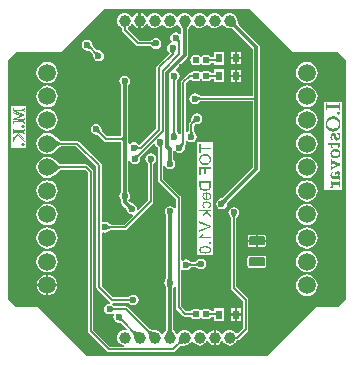
<source format=gbl>
%FSTAX23Y23*%
%MOIN*%
%SFA1B1*%

%IPPOS*%
%AMD17*
4,1,8,-0.009800,0.008400,-0.009800,-0.008400,-0.007400,-0.010800,0.007400,-0.010800,0.009800,-0.008400,0.009800,0.008400,0.007400,0.010800,-0.007400,0.010800,-0.009800,0.008400,0.0*
1,1,0.004921,-0.007400,0.008400*
1,1,0.004921,-0.007400,-0.008400*
1,1,0.004921,0.007400,-0.008400*
1,1,0.004921,0.007400,0.008400*
%
%AMD21*
4,1,8,-0.021900,-0.015000,0.021900,-0.015000,0.025600,-0.011200,0.025600,0.011200,0.021900,0.015000,-0.021900,0.015000,-0.025600,0.011200,-0.025600,-0.011200,-0.021900,-0.015000,0.0*
1,1,0.007480,-0.021900,-0.011200*
1,1,0.007480,0.021900,-0.011200*
1,1,0.007480,0.021900,0.011200*
1,1,0.007480,-0.021900,0.011200*
%
%ADD14C,0.005905*%
G04~CAMADD=17~8~0.0~0.0~216.5~196.9~24.6~0.0~15~0.0~0.0~0.0~0.0~0~0.0~0.0~0.0~0.0~0~0.0~0.0~0.0~90.0~196.0~216.0*
%ADD17D17*%
G04~CAMADD=21~8~0.0~0.0~511.8~299.2~37.4~0.0~15~0.0~0.0~0.0~0.0~0~0.0~0.0~0.0~0.0~0~0.0~0.0~0.0~180.0~513.0~300.0*
%ADD21D21*%
%ADD43C,0.012000*%
%ADD47C,0.039370*%
%ADD48C,0.059055*%
%ADD49C,0.023622*%
%ADD50R,0.023622X0.031496*%
%ADD51R,0.023622X0.031496*%
%LNdeck-1*%
%LPD*%
G36*
X0096Y01034D02*
D01*
X00965Y0103*
X00971Y01029*
X01115*
X01141Y01003*
Y00207*
X01115Y00181*
X0105*
X01044Y0018*
X01039Y00176*
X00878Y00016*
X00278*
X00117Y00176*
X00112Y0018*
X00106Y00181*
X00041*
X00016Y00207*
Y01003*
X00041Y01029*
X00185*
X00191Y0103*
X00196Y01034*
X00337Y01174*
X00819*
X0096Y01034*
G37*
%LNdeck-2*%
%LPC*%
G36*
X00753Y01161D02*
X00746Y0116D01*
X0074Y01158*
X00735Y01154*
X0073Y01148*
X00725*
X00721Y01154*
X00716Y01158*
X00709Y0116*
X00703Y01161*
X00696Y0116*
X0069Y01158*
X00685Y01154*
X0068Y01148*
X00675*
X00671Y01154*
X00666Y01158*
X00659Y0116*
X00653Y01161*
X00646Y0116*
X0064Y01158*
X00635Y01154*
X0063Y01148*
X00625*
X00621Y01154*
X00616Y01158*
X00609Y0116*
X00603Y01161*
X00596Y0116*
X0059Y01158*
X00585Y01154*
X0058Y01148*
X00575*
X00571Y01154*
X00566Y01158*
X00559Y0116*
X00553Y01161*
X00546Y0116*
X0054Y01158*
X00535Y01154*
X0053Y01148*
X00525*
X00521Y01154*
X00516Y01158*
X00509Y0116*
X00503Y01161*
X00496Y0116*
X0049Y01158*
X00485Y01154*
X0048Y01148*
X0048Y01148*
X00475Y01147*
X00471Y01153*
X00462Y01159*
X00457Y0116*
Y01135*
Y01111*
X00462Y01112*
X00471Y01118*
X00475Y01124*
X0048Y01123*
X0048Y01122*
X00485Y01117*
X0049Y01113*
X00496Y0111*
X00503Y0111*
X00509Y0111*
X00516Y01113*
X00521Y01117*
X00525Y01122*
X0053*
X00535Y01117*
X0054Y01113*
X00546Y0111*
X00553Y0111*
X00559Y0111*
X00566Y01113*
X00571Y01117*
X00575Y01122*
X0058*
X00585Y01117*
X00586Y01116*
X00586Y01115*
X00588Y01114*
X00588Y01113*
X00589Y01112*
X0059Y01111*
X0059Y01109*
X00591Y01108*
X00591Y01107*
X00591Y01106*
X00591Y01104*
X00591Y01104*
Y01092*
X00586Y0109*
X00586Y01091*
X0058Y01095*
X00573Y01096*
X00566Y01095*
X0056Y01091*
X00556Y01085*
X00555Y01078*
X00556Y01071*
X0056Y01066*
X00559Y01063*
X00558Y01061*
X00556Y0106*
X0055Y01056*
X00546Y0105*
X00544Y01044*
X00546Y01037*
X00549Y01031*
X0055Y01031*
X00551Y0103*
X00551Y01029*
X00552Y01028*
X00552Y01028*
X00553Y01027*
X00553Y01026*
X00553Y01026*
X00512Y00985*
X0051Y00982*
X00509Y00979*
Y00776*
X00454Y00721*
X00453*
X00452Y00721*
X00452Y00721*
X00451Y00722*
X00451Y00722*
X00451Y00722*
X0045Y00722*
X0045Y00722*
X00449Y00723*
X00447Y00724*
X00446Y00725*
X00446Y00725*
X0044Y00729*
X00434Y0073*
X00427Y00729*
X00421Y00725*
X00421Y00725*
X00416Y00726*
Y00739*
X00416Y0074*
X00416Y0074*
X00416Y00741*
X00416Y00741*
Y00916*
X00416Y00916*
X00416Y00918*
X00416Y00919*
X00416Y0092*
X00416Y0092*
X00416Y00921*
X00416Y00921*
X00417Y00921*
X00417Y00921*
X00417Y00921*
X00417Y00921*
X00417Y00922*
X0042Y00927*
X00422Y00934*
X0042Y00941*
X00416Y00946*
X0041Y0095*
X00404Y00952*
X00397Y0095*
X00391Y00946*
X00387Y00941*
X00385Y00934*
X00387Y00927*
X0039Y00922*
X0039Y00921*
X0039Y00921*
X0039Y00921*
X0039Y00921*
X00391Y00921*
X00391Y00921*
X00391Y0092*
X00391Y0092*
X00391Y00919*
X00391Y00917*
X00391Y00916*
X00391Y00916*
Y00756*
X00391Y00756*
X00391Y00756*
X00391Y00755*
X00391Y00753*
X00391Y00752*
X00391Y0075*
X00391Y0075*
X00388Y0075*
X00386Y0075*
X00386Y00749*
X00345*
X00329Y00765*
X00328Y00766*
X00328Y00766*
X00328Y00767*
X00327Y00767*
X00327Y00767*
X00327Y00768*
X00327Y00769*
X00327Y00769*
X00327Y00771*
X00327Y00773*
X00326Y00773*
X00325Y0078*
X00321Y00785*
X00315Y00789*
X00308Y00791*
X00301Y00789*
X00296Y00785*
X00292Y0078*
X0029Y00773*
X00292Y00766*
X00296Y0076*
X00301Y00756*
X00308Y00755*
X00308Y00754*
X0031Y00754*
X00311Y00754*
X00312Y00754*
X00312Y00754*
X00313Y00754*
X00314Y00754*
X00314Y00754*
X00314Y00753*
X00315Y00753*
X00315Y00753*
X00316Y00753*
X00334Y00734*
X00337Y00732*
X00341Y00731*
X00385*
X00386Y00731*
X0039Y00731*
X00391Y00731*
X00391Y0073*
X00391Y00729*
X00391Y00727*
X00391Y00725*
X00391Y00725*
X00391Y00725*
X00391Y00724*
Y00574*
X00391Y00573*
X00391Y00571*
X00391Y00568*
X00391Y00566*
X0039Y00565*
X0039Y00564*
X0039Y00563*
X0039Y00563*
X00389Y00562*
X00389Y00562*
X00389Y0056*
X00387Y00558*
X00385Y00551*
X00387Y00544*
X0039Y00539*
X0039Y00538*
X0039Y00538*
X0039Y00538*
X00391Y00538*
X00391Y00538*
X00391Y00537*
X00391Y00536*
X00391Y00532*
X00391Y00531*
X00392Y0053*
X00392Y00526*
X00395Y00522*
X00405Y00512*
X00406Y00511*
X00407Y0051*
X00408Y00509*
X00408Y00509*
X00408Y00508*
X00408Y00508*
X00408Y00508*
X00408Y00507*
X00409Y00507*
X00409Y00507*
X00409Y00507*
X00409Y00507*
X0041Y00501*
X00414Y00495*
X0042Y00491*
X00427Y0049*
X00427Y0049*
X0043Y00485*
X004Y00455*
X00359*
X00358Y00455*
X00357Y00455*
X00357Y00456*
X00357Y00456*
X00356Y00456*
X00356Y00456*
X00355Y00456*
X00354Y00457*
X00353Y00458*
X00352Y00459*
X00351Y00459*
X00346Y00463*
X00339Y00464*
X00332Y00463*
X00331Y00463*
X00327Y00465*
Y00653*
X00327Y00656*
X00325Y00659*
X00252Y00732*
X00249Y00734*
X00246Y00734*
X00193*
X00193Y00735*
X00191Y00735*
X0019Y00735*
X00189Y00736*
X00187Y00737*
X00185Y00738*
X00183Y0074*
X00174Y00747*
X00171Y00751*
X0017Y00751*
X00163Y00756*
X00154Y0076*
X00145Y00761*
X00136Y0076*
X00127Y00756*
X0012Y00751*
X00114Y00743*
X0011Y00735*
X00109Y00725*
X0011Y00716*
X00114Y00707*
X0012Y007*
X00127Y00694*
X00136Y00691*
X00145Y0069*
X00154Y00691*
X00163Y00694*
X0017Y007*
X00171Y007*
X00174Y00703*
X00177Y00706*
X00182Y00711*
X00185Y00713*
X00187Y00714*
X00189Y00715*
X0019Y00716*
X00191Y00716*
X00193Y00716*
X00193Y00716*
X00242*
X00309Y00649*
Y00247*
X0031Y00243*
X00312Y0024*
X00355Y00197*
X00356Y00197*
X00354Y00192*
X00353Y00192*
X00346Y00191*
X0034Y00187*
X00336Y00181*
X00335Y00174*
X00336Y00167*
X0034Y00161*
X00346Y00157*
X00353Y00156*
X0036Y00157*
X00365Y00161*
X00366Y00161*
X00366Y00162*
X00367Y00162*
X00368Y00161*
X00369Y00157*
X00369Y00156*
X00367Y00153*
X00365Y00146*
X00367Y00139*
X00371Y00133*
X00376Y00129*
X00383Y00128*
X00384Y00128*
X00385Y00128*
X00386Y00128*
X00387Y00128*
X00388Y00128*
X00388Y00128*
X00389Y00128*
X00389Y00128*
X0039Y00127*
X0039Y00127*
X0039Y00127*
X00391Y00127*
X00391Y00127*
X00391Y00127*
X00391Y00126*
X0041Y00108*
X00407Y00104*
X00404Y00104*
X00397Y00103*
X00391Y00101*
X00385Y00096*
X00381Y00091*
X00379Y00085*
X00378Y00078*
X00379Y00072*
X00381Y00065*
X00385Y0006*
X00391Y00056*
X00397Y00053*
X004Y00053*
X004Y00048*
X00355*
X00299Y00104*
Y00632*
X00298Y00636*
X00296Y00639*
X00282Y00653*
X00279Y00655*
X00275Y00656*
X00193*
X00193Y00656*
X00191Y00656*
X0019Y00656*
X00189Y00657*
X00187Y00658*
X00185Y00659*
X00183Y00661*
X00174Y00669*
X00171Y00672*
X0017Y00672*
X00163Y00678*
X00154Y00681*
X00145Y00682*
X00136Y00681*
X00127Y00678*
X0012Y00672*
X00114Y00664*
X0011Y00656*
X00109Y00647*
X0011Y00637*
X00114Y00629*
X0012Y00621*
X00127Y00616*
X00136Y00612*
X00145Y00611*
X00154Y00612*
X00163Y00616*
X0017Y00621*
X00171Y00621*
X00174Y00625*
X00177Y00628*
X00182Y00632*
X00185Y00634*
X00187Y00635*
X00189Y00636*
X0019Y00637*
X00191Y00637*
X00193Y00637*
X00193Y00638*
X00272*
X00281Y00629*
Y00101*
X00281Y00097*
X00283Y00094*
X00345Y00032*
X00348Y00031*
X00352Y0003*
X00564*
X00568Y00031*
X00571Y00032*
X00587Y00049*
X00588Y00049*
X00588Y0005*
X00589Y0005*
X0059Y0005*
X00591Y00051*
X00592Y00051*
X00594Y00052*
X00596Y00052*
X00601Y00052*
X00603Y00052*
X00604Y00053*
X0061Y00053*
X00616Y00056*
X00622Y0006*
X00626Y00065*
X00631*
X00635Y0006*
X00641Y00056*
X00647Y00053*
X00654Y00052*
X0066Y00053*
X00666Y00056*
X00672Y0006*
X00676Y00065*
X00676Y00066*
X00682Y00067*
X00686Y00061*
X00694Y00055*
X007Y00054*
Y00078*
Y00103*
X00694Y00101*
X00686Y00096*
X00682Y0009*
X00676Y0009*
X00676Y00091*
X00672Y00096*
X00666Y00101*
X0066Y00103*
X00654Y00104*
X00647Y00103*
X00641Y00101*
X00635Y00096*
X00631Y00091*
X00626*
X00622Y00096*
X00616Y00101*
X0061Y00103*
X00604Y00104*
X00597Y00103*
X00591Y00101*
X00585Y00096*
X00581Y00091*
X00576*
X00572Y00096*
X00572Y00097*
X00571Y00098*
X0057Y00099*
X00569Y00101*
X00568Y00102*
X00567Y00103*
X00567Y00104*
X00566Y00105*
X00566Y00106*
X00566Y00108*
X00566Y00109*
X00566Y0011*
Y00238*
X00566Y00239*
X00566Y00241*
X00566Y00244*
X00566Y00245*
X00567Y00247*
X00567Y00248*
X00567Y00248*
X00567Y00249*
X00568Y0025*
X00568Y0025*
X00569Y0025*
X00574Y00246*
Y00179*
X00574Y00175*
X00576Y00172*
X00598Y00151*
X00601Y00149*
X00605Y00148*
X00624*
X00624Y00148*
X00625Y00148*
X00625Y00145*
X00627Y00143*
X0063Y00141*
X00633Y0014*
X00648*
X00651Y00141*
X00654Y00143*
X00655Y00145*
X00657Y00145*
X00659*
X00661Y00145*
X00662Y00143*
X00665Y00141*
X00668Y0014*
X00683*
X00686Y00141*
X00689Y00143*
X00691Y00145*
X00691Y00148*
X00692Y00148*
X00692Y00148*
X007*
X007Y00148*
X007*
Y00133*
X00736*
Y00177*
X007*
Y00166*
X007Y00166*
X007Y00166*
X00692*
X00692Y00166*
X00691Y00166*
X00691Y00169*
X00689Y00171*
X00686Y00173*
X00683Y00174*
X00668*
X00665Y00173*
X00662Y00171*
X00661Y00169*
X00659Y00169*
X00657*
X00655Y00169*
X00654Y00171*
X00651Y00173*
X00648Y00174*
X00633*
X0063Y00173*
X00627Y00171*
X00625Y00169*
X00625Y00166*
X00624Y00166*
X00624Y00166*
X00608*
X00592Y00183*
Y00304*
X00597Y00306*
X006Y00304*
X00607Y00303*
X00614Y00304*
X0062Y00308*
X0062Y00309*
X00621Y0031*
X00622Y00311*
X00623Y00311*
X00623Y00312*
X00624Y00312*
X00624Y00313*
X00625Y00313*
X00625Y00313*
X00625Y00313*
X00625Y00313*
X00626Y00313*
X00626Y00313*
X00627Y00313*
X00627Y00313*
X00639*
X0064Y00313*
X0064Y00313*
X00641Y00313*
X00641Y00313*
X00642Y00313*
X00642Y00312*
X00643Y00312*
X00644Y00312*
X00646Y0031*
X00647Y0031*
X00648Y00309*
X00651Y00307*
X00658Y00306*
X00665Y00307*
X00671Y00311*
X00675Y00317*
X00676Y00324*
X00675Y00331*
X00671Y00337*
X00665Y00341*
X00658Y00342*
X00651Y00341*
X00645Y00337*
X00644Y00335*
X00644Y00335*
X00643Y00334*
X00642Y00333*
X00642Y00333*
X00641Y00333*
X00641Y00332*
X0064Y00332*
X0064Y00332*
X0064Y00332*
X00639Y00332*
X00639Y00332*
X00639Y00332*
X00638Y00332*
X00638Y00331*
X00626*
X00625Y00332*
X00625Y00332*
X00624Y00332*
X00624Y00332*
X00623Y00332*
X00623Y00332*
X00622Y00333*
X00621Y00333*
X00619Y00334*
X00618Y00335*
X00617Y00336*
X00614Y00338*
X00607Y00339*
X006Y00338*
X00597Y00335*
X00592Y00338*
Y00545*
X00591Y00549*
X00589Y00552*
X00532Y00608*
Y00649*
X00535Y00649*
X00537Y00649*
X00541Y00644*
X00547Y0064*
X00554Y00639*
X0056Y0064*
X00566Y00644*
X0057Y0065*
X00572Y00657*
X0057Y00664*
X00567Y00669*
X00567Y00669*
X00567Y00669*
X00567Y0067*
X00567Y0067*
X00566Y0067*
X00566Y0067*
X00566Y0067*
X00566Y00671*
X00566Y00671*
X00566Y00673*
X00566Y00674*
X00566Y00675*
Y00702*
X00571Y00703*
X00573Y00699*
X00579Y00695*
X00586Y00694*
X00593Y00695*
X00599Y00699*
X00603Y00705*
X00604Y00712*
X00604Y00713*
X00604Y00713*
X00604Y00715*
Y00716*
X00604Y00716*
X00604Y00717*
X00604Y00718*
X00605Y00718*
X00605Y00719*
X00605Y00719*
X00605Y00719*
X00606Y0072*
X00606Y0072*
X00606Y0072*
X00606Y00721*
X00607Y00723*
X00608Y00726*
Y00734*
X00613Y00735*
X00613Y00735*
X00619Y00731*
X00626Y0073*
X00633Y00731*
X00639Y00735*
X00642Y00741*
X00644Y00748*
X00642Y00755*
X00639Y0076*
X00639Y00761*
X00638Y00762*
X00637Y00763*
X00636Y00763*
X00636Y00764*
X00636Y00765*
X00635Y00765*
X00635Y00766*
X00635Y00766*
X00635Y00766*
X00635Y00767*
X00635Y00768*
Y00785*
X00637Y00788*
X00638Y00788*
X00638Y00788*
X00639Y00789*
X00639Y00789*
X0064Y00789*
X0064Y00789*
X00641Y0079*
X00642Y0079*
X00644Y0079*
X00645Y0079*
X00646Y00791*
X00651Y00792*
X00657Y00796*
X0066Y00802*
X00662Y00808*
X0066Y00815*
X00657Y00821*
X00651Y00825*
X00644Y00827*
X00637Y00825*
X00631Y00821*
X00627Y00815*
X00626Y00808*
X00626Y00808*
X00626Y00807*
X00626Y00806*
X00626Y00805*
X00626Y00804*
X00626Y00803*
X00625Y00803*
X00625Y00802*
X00625Y00802*
X00625Y00802*
X00625Y00801*
X00624Y00801*
X00624Y00801*
X00624Y00801*
X00624Y008*
X00619Y00795*
X00617Y00792*
X00617Y00789*
Y00768*
X00616Y00767*
X00616Y00766*
X00616Y00766*
X00616Y00766*
X00616Y00765*
X00616Y00765*
X00616Y00765*
X00614Y00764*
X0061Y00763*
X00608Y00765*
Y00926*
X0062Y00938*
X00621Y00938*
X00626Y00937*
X00627Y00937*
X0063Y00935*
X00633Y00934*
X00648*
X00651Y00935*
X00654Y00937*
X00655Y00939*
X00657Y00939*
X00659*
X00661Y00939*
X00662Y00937*
X00665Y00935*
X00668Y00934*
X00683*
X00686Y00935*
X00689Y00937*
X00691Y00939*
X00691Y00942*
X00692Y00942*
X00692Y00942*
X007*
X007Y00942*
X007*
Y00929*
X00736*
Y00973*
X007*
Y0096*
X007*
X007Y0096*
X00692*
X00692Y0096*
X00691Y0096*
X00691Y00963*
X00689Y00965*
X00686Y00967*
X00683Y00968*
X00668*
X00665Y00967*
X00662Y00965*
X00661Y00963*
X00659Y00963*
X00657*
X00655Y00963*
X00654Y00965*
X00651Y00967*
X00648Y00968*
X00633*
X0063Y00967*
X00627Y00965*
X00625Y00963*
X00625Y0096*
X00624Y0096*
X00624Y0096*
X0062*
X00617Y00959*
X00614Y00957*
X00593Y00936*
X00591Y00933*
X0059Y0093*
Y00758*
X00585Y00755*
X00585Y00755*
X00582Y0076*
X00581Y00761*
X0058Y00762*
X0058Y00763*
X00579Y00763*
X00579Y00764*
X00578Y00765*
X00578Y00765*
X00578Y00766*
X00578Y00766*
X00578Y00766*
X00578Y00767*
X00578Y00768*
Y00932*
X00578Y00933*
X00578Y00934*
X00578Y00934*
X00578Y00934*
X00578Y00935*
X00578Y00935*
X00579Y00936*
X00579Y00937*
X0058Y00937*
X0058Y00938*
X00581Y00939*
X00582Y00939*
X00585Y00945*
X00587Y00952*
X00585Y00959*
X00581Y00965*
X00576Y00969*
X00575Y00969*
X00574Y00974*
X00612Y01012*
X00615Y01016*
X00616Y01021*
Y01104*
X00616Y01104*
X00616Y01106*
X00616Y01107*
X00616Y01108*
X00617Y01109*
X00617Y01111*
X00618Y01112*
X00619Y01113*
X0062Y01114*
X00621Y01115*
X00622Y01117*
X00623Y01119*
X00623Y0112*
X00625Y01122*
X0063*
X00635Y01117*
X0064Y01113*
X00646Y0111*
X00653Y0111*
X00659Y0111*
X00666Y01113*
X00671Y01117*
X00675Y01122*
X0068*
X00685Y01117*
X0069Y01113*
X00696Y0111*
X00703Y0111*
X00709Y0111*
X00716Y01113*
X00721Y01117*
X00725Y01122*
X0073*
X00735Y01117*
X0074Y01113*
X00746Y0111*
X00753Y0111*
X00753Y0111*
X00754Y01109*
X00756Y01109*
X00757Y01109*
X00759Y01109*
X0076Y01109*
X00761Y01108*
X00762Y01108*
X00764Y01107*
X00765Y01106*
X00765Y01106*
X00767Y01105*
X00767Y01105*
X00789Y01082*
X0083Y01042*
Y00884*
X00657*
X00656Y00884*
X00656Y00884*
X00655Y00885*
X00655Y00885*
X00654Y00885*
X00654Y00885*
X00653Y00885*
X00653Y00886*
X00651Y00887*
X0065Y00888*
X0065Y00888*
X00644Y00892*
X00637Y00893*
X0063Y00892*
X00625Y00888*
X00621Y00882*
X00619Y00875*
X00621Y00868*
X00625Y00862*
X0063Y00858*
X00637Y00857*
X00644Y00858*
X0065Y00862*
X0065Y00862*
X00651Y00863*
X00652Y00864*
X00653Y00864*
X00653Y00865*
X00654Y00865*
X00654Y00865*
X00655Y00866*
X00655Y00866*
X00656Y00866*
X00656Y00866*
X00657Y00866*
X0083*
Y00645*
X0073Y00546*
X0073Y00546*
X00728Y00544*
X00728Y00544*
X00727Y00543*
X00727Y00543*
X00726Y00543*
X00726Y00543*
X00726Y00543*
X00726Y00543*
X00726Y00543*
X00726Y00543*
X00725Y00543*
X00719Y00541*
X00714Y00537*
X0071Y00532*
X00708Y00525*
X0071Y00518*
X00714Y00512*
X00719Y00508*
X00726Y00507*
X00733Y00508*
X00739Y00512*
X00743Y00518*
X00744Y00524*
X00744Y00524*
X00744Y00524*
X00744Y00524*
X00744Y00524*
X00745Y00525*
X00745Y00525*
X00745Y00525*
X00745Y00525*
X00745Y00526*
X00747Y00527*
X00747Y00528*
X00748Y00529*
X00851Y00632*
X00853Y00636*
X00854Y0064*
Y00874*
Y01047*
X00853Y01051*
X00851Y01055*
X00806Y011*
X00784Y01122*
X00784Y01122*
X00783Y01123*
X00782Y01124*
X00782Y01125*
X00781Y01126*
X00781Y01128*
X0078Y01129*
X0078Y0113*
X0078Y01132*
X0078Y01133*
X0078Y01135*
X00779Y01137*
X00778Y01139*
X00778Y01142*
X00775Y01148*
X00771Y01154*
X00766Y01158*
X00759Y0116*
X00753Y01161*
G37*
G36*
X00403D02*
X00396Y0116D01*
X0039Y01158*
X00385Y01154*
X0038Y01148*
X00378Y01142*
X00377Y01135*
X00378Y01129*
X0038Y01122*
X00385Y01117*
X0039Y01113*
X00393Y01112*
X00393Y01112*
X00393Y01112*
X00393Y01111*
X00394Y01111*
X00394Y01111*
X00394Y0111*
X00394Y01109*
Y01103*
X00395Y011*
X00397Y01097*
X00442Y01052*
X00445Y01051*
X00448Y0105*
X00488*
X00489Y0105*
X0049Y0105*
X0049Y01049*
X0049Y01049*
X00491Y01049*
X00491Y01049*
X00492Y01049*
X00492Y01048*
X00494Y01047*
X00495Y01046*
X00496Y01046*
X00501Y01042*
X00508Y01041*
X00515Y01042*
X00521Y01046*
X00525Y01052*
X00526Y01059*
X00525Y01066*
X00521Y01072*
X00515Y01076*
X00508Y01077*
X00501Y01076*
X00496Y01072*
X00495Y01072*
X00494Y01071*
X00493Y0107*
X00493Y0107*
X00492Y01069*
X00491Y01069*
X00491Y01069*
X0049Y01068*
X0049Y01068*
X0049Y01068*
X00489Y01068*
X00488Y01068*
X00452*
X00413Y01106*
X00414Y01111*
X00414Y01112*
X00414Y01112*
X00415Y01113*
X00416Y01113*
X00421Y01117*
X00425Y01122*
X00425Y01123*
X00431Y01124*
X00435Y01118*
X00443Y01112*
X00449Y01111*
Y01135*
Y0116*
X00443Y01159*
X00435Y01153*
X00431Y01147*
X00425Y01148*
X00425Y01148*
X00421Y01154*
X00416Y01158*
X00409Y0116*
X00403Y01161*
G37*
G36*
X00792Y01031D02*
X00779D01*
Y01014*
X00792*
Y01031*
G37*
G36*
X00771D02*
X00758D01*
Y01014*
X00771*
Y01031*
G37*
G36*
X00736Y01032D02*
X007D01*
Y01013*
X007*
X007Y01013*
X00692*
X00692Y01013*
X00691Y01013*
X00691Y01015*
X00689Y01018*
X00686Y0102*
X00683Y01021*
X00668*
X00665Y0102*
X00662Y01018*
X00661Y01016*
X00659Y01015*
X00657*
X00655Y01016*
X00654Y01018*
X00651Y0102*
X00648Y01021*
X00646*
X0064Y01022*
X00634Y01021*
X00633*
X0063Y0102*
X00627Y01018*
X00625Y01015*
X00624Y01012*
Y01012*
X00624Y01011*
X00622Y01004*
X00624Y00997*
X00624Y00996*
Y00995*
X00625Y00992*
X00627Y00989*
X0063Y00987*
X00633Y00987*
X00634*
X0064Y00986*
X00646Y00987*
X00648*
X00651Y00987*
X00654Y00989*
X00655Y00992*
X00657Y00992*
X00659*
X00661Y00992*
X00662Y00989*
X00665Y00987*
X00668Y00987*
X00683*
X00686Y00987*
X00689Y00989*
X00691Y00992*
X00691Y00994*
X00692Y00994*
X00692Y00995*
X007*
X007Y00994*
X007*
Y00988*
X00736*
Y01032*
G37*
G36*
X00279Y01071D02*
X00272Y0107D01*
X00266Y01066*
X00262Y0106*
X00261Y01053*
X00262Y01046*
X00266Y01041*
X00272Y01037*
X00279Y01035*
X0028Y01036*
X00281Y01035*
X00282Y01035*
X00283Y01035*
X00284Y01035*
X00284Y01035*
X00285Y01035*
X00285Y01035*
X00286Y01035*
X00286Y01035*
X00286Y01035*
X00287Y01034*
X00287Y01034*
X00287Y01034*
X00287Y01034*
X00296Y01025*
X00296Y01024*
X00297Y01024*
X00297Y01024*
X00297Y01023*
X00297Y01023*
X00298Y01022*
X00298Y01022*
X00298Y01021*
X00298Y01019*
X00298Y01018*
X00298Y01017*
X003Y01011*
X00304Y01005*
X00309Y01001*
X00316Y01*
X00323Y01001*
X00329Y01005*
X00333Y01011*
X00334Y01018*
X00333Y01025*
X00329Y0103*
X00323Y01034*
X00317Y01036*
X00316Y01036*
X00315Y01036*
X00314Y01036*
X00313Y01036*
X00312Y01036*
X00312Y01036*
X00311Y01037*
X00311Y01037*
X0031Y01037*
X0031Y01037*
X0031Y01038*
X00309Y01038*
X003Y01047*
X00299Y01048*
X00299Y01048*
X00299Y01049*
X00299Y01049*
X00298Y01049*
X00298Y0105*
X00298Y01051*
X00298Y01052*
X00297Y01054*
X00297Y01055*
X00296Y01056*
X00296Y0106*
X00292Y01066*
X00286Y0107*
X00279Y01071*
G37*
G36*
X00792Y01006D02*
X00779D01*
Y00989*
X00792*
Y01006*
G37*
G36*
X00771D02*
X00758D01*
Y00989*
X00771*
Y01006*
G37*
G36*
X00792Y00972D02*
X00779D01*
Y00955*
X00792*
Y00972*
G37*
G36*
X00771D02*
X00758D01*
Y00955*
X00771*
Y00972*
G37*
G36*
X00792Y00947D02*
X00779D01*
Y0093*
X00792*
Y00947*
G37*
G36*
X00771D02*
X00758D01*
Y0093*
X00771*
Y00947*
G37*
G36*
X01011Y00997D02*
X01002Y00996D01*
X00993Y00993*
X00986Y00987*
X0098Y00979*
X00976Y00971*
X00975Y00962*
X00976Y00952*
X0098Y00944*
X00986Y00936*
X00993Y00931*
X01002Y00927*
X01011Y00926*
X0102Y00927*
X01029Y00931*
X01036Y00936*
X01042Y00944*
X01045Y00952*
X01047Y00962*
X01045Y00971*
X01042Y00979*
X01036Y00987*
X01029Y00993*
X0102Y00996*
X01011Y00997*
G37*
G36*
X00145D02*
X00136Y00996D01*
X00127Y00993*
X0012Y00987*
X00114Y00979*
X0011Y00971*
X00109Y00962*
X0011Y00952*
X00114Y00944*
X0012Y00936*
X00127Y00931*
X00136Y00927*
X00145Y00926*
X00154Y00927*
X00163Y00931*
X0017Y00936*
X00176Y00944*
X00179Y00952*
X00181Y00962*
X00179Y00971*
X00176Y00979*
X0017Y00987*
X00163Y00993*
X00154Y00996*
X00145Y00997*
G37*
G36*
X01011Y00919D02*
X01002Y00917D01*
X00993Y00914*
X00986Y00908*
X0098Y00901*
X00976Y00892*
X00975Y00883*
X00976Y00874*
X0098Y00865*
X00986Y00858*
X00993Y00852*
X01002Y00848*
X01011Y00847*
X0102Y00848*
X01029Y00852*
X01036Y00858*
X01042Y00865*
X01045Y00874*
X01047Y00883*
X01045Y00892*
X01042Y00901*
X01036Y00908*
X01029Y00914*
X0102Y00917*
X01011Y00919*
G37*
G36*
X00145D02*
X00136Y00917D01*
X00127Y00914*
X0012Y00908*
X00114Y00901*
X0011Y00892*
X00109Y00883*
X0011Y00874*
X00114Y00865*
X0012Y00858*
X00127Y00852*
X00136Y00848*
X00145Y00847*
X00154Y00848*
X00163Y00852*
X0017Y00858*
X00176Y00865*
X00179Y00874*
X00181Y00883*
X00179Y00892*
X00176Y00901*
X0017Y00908*
X00163Y00914*
X00154Y00917*
X00145Y00919*
G37*
G36*
X01011Y0084D02*
X01002Y00839D01*
X00993Y00835*
X00986Y00829*
X0098Y00822*
X00976Y00813*
X00975Y00804*
X00976Y00795*
X0098Y00786*
X00986Y00779*
X00993Y00773*
X01002Y0077*
X01011Y00768*
X0102Y0077*
X01029Y00773*
X01036Y00779*
X01042Y00786*
X01045Y00795*
X01047Y00804*
X01045Y00813*
X01042Y00822*
X01036Y00829*
X01029Y00835*
X0102Y00839*
X01011Y0084*
G37*
G36*
X00145D02*
X00136Y00839D01*
X00127Y00835*
X0012Y00829*
X00114Y00822*
X0011Y00813*
X00109Y00804*
X0011Y00795*
X00114Y00786*
X0012Y00779*
X00127Y00773*
X00136Y0077*
X00145Y00768*
X00154Y0077*
X00163Y00773*
X0017Y00779*
X00176Y00786*
X00179Y00795*
X00181Y00804*
X00179Y00813*
X00176Y00822*
X0017Y00829*
X00163Y00835*
X00154Y00839*
X00145Y0084*
G37*
G36*
X00076Y00849D02*
X00026D01*
Y00711*
X00076*
Y00849*
G37*
G36*
X01011Y00761D02*
X01002Y0076D01*
X00993Y00756*
X00986Y00751*
X0098Y00743*
X00976Y00735*
X00975Y00725*
X00976Y00716*
X0098Y00707*
X00986Y007*
X00993Y00694*
X01002Y00691*
X01011Y0069*
X0102Y00691*
X01029Y00694*
X01036Y007*
X01042Y00707*
X01045Y00716*
X01047Y00725*
X01045Y00735*
X01042Y00743*
X01036Y00751*
X01029Y00756*
X0102Y0076*
X01011Y00761*
G37*
G36*
Y00682D02*
X01002Y00681D01*
X00993Y00678*
X00986Y00672*
X0098Y00664*
X00976Y00656*
X00975Y00647*
X00976Y00637*
X0098Y00629*
X00986Y00621*
X00993Y00616*
X01002Y00612*
X01011Y00611*
X0102Y00612*
X01029Y00616*
X01036Y00621*
X01042Y00629*
X01045Y00637*
X01047Y00647*
X01045Y00656*
X01042Y00664*
X01036Y00672*
X01029Y00678*
X0102Y00681*
X01011Y00682*
G37*
G36*
X01128Y00865D02*
X01069D01*
Y00571*
X01128*
Y00865*
G37*
G36*
X01011Y00604D02*
X01002Y00602D01*
X00993Y00599*
X00986Y00593*
X0098Y00586*
X00976Y00577*
X00975Y00568*
X00976Y00559*
X0098Y0055*
X00986Y00543*
X00993Y00537*
X01002Y00533*
X01011Y00532*
X0102Y00533*
X01029Y00537*
X01036Y00543*
X01042Y0055*
X01045Y00559*
X01047Y00568*
X01045Y00577*
X01042Y00586*
X01036Y00593*
X01029Y00599*
X0102Y00602*
X01011Y00604*
G37*
G36*
X00145D02*
X00136Y00602D01*
X00127Y00599*
X0012Y00593*
X00114Y00586*
X0011Y00577*
X00109Y00568*
X0011Y00559*
X00114Y0055*
X0012Y00543*
X00127Y00537*
X00136Y00533*
X00145Y00532*
X00154Y00533*
X00163Y00537*
X0017Y00543*
X00176Y0055*
X00179Y00559*
X00181Y00568*
X00179Y00577*
X00176Y00586*
X0017Y00593*
X00163Y00599*
X00154Y00602*
X00145Y00604*
G37*
G36*
X01011Y00525D02*
X01002Y00524D01*
X00993Y0052*
X00986Y00514*
X0098Y00507*
X00976Y00498*
X00975Y00489*
X00976Y0048*
X0098Y00471*
X00986Y00464*
X00993Y00458*
X01002Y00455*
X01011Y00453*
X0102Y00455*
X01029Y00458*
X01036Y00464*
X01042Y00471*
X01045Y0048*
X01047Y00489*
X01045Y00498*
X01042Y00507*
X01036Y00514*
X01029Y0052*
X0102Y00524*
X01011Y00525*
G37*
G36*
X00145D02*
X00136Y00524D01*
X00127Y0052*
X0012Y00514*
X00114Y00507*
X0011Y00498*
X00109Y00489*
X0011Y0048*
X00114Y00471*
X0012Y00464*
X00127Y00458*
X00136Y00455*
X00145Y00453*
X00154Y00455*
X00163Y00458*
X0017Y00464*
X00176Y00471*
X00179Y0048*
X00181Y00489*
X00179Y00498*
X00176Y00507*
X0017Y00514*
X00163Y0052*
X00154Y00524*
X00145Y00525*
G37*
G36*
X00866Y00421D02*
X00848D01*
Y00405*
X00874*
Y00413*
X00874Y00416*
X00872Y00419*
X00869Y00421*
X00866Y00421*
G37*
G36*
X0084D02*
X00822D01*
X00819Y00421*
X00816Y00419*
X00814Y00416*
X00813Y00413*
Y00405*
X0084*
Y00421*
G37*
G36*
X00874Y00397D02*
X00848D01*
Y00381*
X00866*
X00869Y00382*
X00872Y00384*
X00874Y00387*
X00874Y0039*
Y00397*
G37*
G36*
X0084D02*
X00813D01*
Y0039*
X00814Y00387*
X00816Y00384*
X00819Y00382*
X00822Y00381*
X0084*
Y00397*
G37*
G36*
X01011Y00446D02*
X01002Y00445D01*
X00993Y00441*
X00986Y00436*
X0098Y00428*
X00976Y0042*
X00975Y0041*
X00976Y00401*
X0098Y00393*
X00986Y00385*
X00993Y00379*
X01002Y00376*
X01011Y00375*
X0102Y00376*
X01029Y00379*
X01036Y00385*
X01042Y00393*
X01045Y00401*
X01047Y0041*
X01045Y0042*
X01042Y00428*
X01036Y00436*
X01029Y00441*
X0102Y00445*
X01011Y00446*
G37*
G36*
X00145D02*
X00136Y00445D01*
X00127Y00441*
X0012Y00436*
X00114Y00428*
X0011Y0042*
X00109Y0041*
X0011Y00401*
X00114Y00393*
X0012Y00385*
X00127Y00379*
X00136Y00376*
X00145Y00375*
X00154Y00376*
X00163Y00379*
X0017Y00385*
X00176Y00393*
X00179Y00401*
X00181Y0041*
X00179Y0042*
X00176Y00428*
X0017Y00436*
X00163Y00441*
X00154Y00445*
X00145Y00446*
G37*
G36*
X00697Y0073D02*
X00646D01*
Y00353*
X00697*
Y0073*
G37*
G36*
X00866Y00352D02*
X00822D01*
X00818Y00351*
X00815Y00349*
X00813Y00346*
X00812Y00342*
Y00338*
X00812Y00338*
X0081Y00331*
X00812Y00324*
X00812Y00324*
Y0032*
X00813Y00316*
X00815Y00313*
X00818Y00311*
X00822Y0031*
X00866*
X00869Y00311*
X00873Y00313*
X00875Y00316*
X00875Y0032*
Y00342*
X00875Y00346*
X00873Y00349*
X00869Y00351*
X00866Y00352*
G37*
G36*
X01011Y00367D02*
X01002Y00366D01*
X00993Y00363*
X00986Y00357*
X0098Y0035*
X00976Y00341*
X00975Y00332*
X00976Y00322*
X0098Y00314*
X00986Y00306*
X00993Y00301*
X01002Y00297*
X01011Y00296*
X0102Y00297*
X01029Y00301*
X01036Y00306*
X01042Y00314*
X01045Y00322*
X01047Y00332*
X01045Y00341*
X01042Y0035*
X01036Y00357*
X01029Y00363*
X0102Y00366*
X01011Y00367*
G37*
G36*
X00145D02*
X00136Y00366D01*
X00127Y00363*
X0012Y00357*
X00114Y0035*
X0011Y00341*
X00109Y00332*
X0011Y00322*
X00114Y00314*
X0012Y00306*
X00127Y00301*
X00136Y00297*
X00145Y00296*
X00154Y00297*
X00163Y00301*
X0017Y00306*
X00176Y00314*
X00179Y00322*
X00181Y00332*
X00179Y00341*
X00176Y0035*
X0017Y00357*
X00163Y00363*
X00154Y00366*
X00145Y00367*
G37*
G36*
X00149Y00287D02*
Y00257D01*
X00179*
X00178Y00262*
X00175Y0027*
X0017Y00277*
X00162Y00283*
X00154Y00286*
X00149Y00287*
G37*
G36*
X00141D02*
X00136Y00286D01*
X00128Y00283*
X0012Y00277*
X00115Y0027*
X00111Y00262*
X00111Y00257*
X00141*
Y00287*
G37*
G36*
X00179Y00249D02*
X00149D01*
Y00219*
X00154Y00219*
X00162Y00223*
X0017Y00228*
X00175Y00236*
X00178Y00244*
X00179Y00249*
G37*
G36*
X00141D02*
X00111D01*
X00111Y00244*
X00115Y00236*
X0012Y00228*
X00128Y00223*
X00136Y00219*
X00141Y00219*
Y00249*
G37*
G36*
X01011Y00289D02*
X01002Y00287D01*
X00993Y00284*
X00986Y00278*
X0098Y00271*
X00976Y00262*
X00975Y00253*
X00976Y00244*
X0098Y00235*
X00986Y00228*
X00993Y00222*
X01002Y00218*
X01011Y00217*
X0102Y00218*
X01029Y00222*
X01036Y00228*
X01042Y00235*
X01045Y00244*
X01047Y00253*
X01045Y00262*
X01042Y00271*
X01036Y00278*
X01029Y00284*
X0102Y00287*
X01011Y00289*
G37*
G36*
X00792Y00176D02*
X00779D01*
Y00159*
X00792*
Y00176*
G37*
G36*
X00771D02*
X00758D01*
Y00159*
X00771*
Y00176*
G37*
G36*
X00792Y00151D02*
X00779D01*
Y00134*
X00792*
Y00151*
G37*
G36*
X00771D02*
X00758D01*
Y00134*
X00771*
Y00151*
G37*
G36*
X00767Y00514D02*
X0076Y00512D01*
X00754Y00508*
X00751Y00502*
X00749Y00496*
X00751Y00489*
X00754Y00483*
X00754Y00483*
X00755Y00482*
X00756Y00481*
X00756Y0048*
X00757Y0048*
X00757Y00479*
X00758Y00479*
X00758Y00478*
X00758Y00478*
X00758Y00477*
X00758Y00477*
X00758Y00476*
Y00243*
X00759Y00239*
X00761Y00237*
X00798Y002*
Y00111*
X0078Y00093*
X00774Y00094*
X00772Y00096*
X00766Y00101*
X0076Y00103*
X00754Y00104*
X00747Y00103*
X00741Y00101*
X00735Y00096*
X00731Y00091*
X00731Y0009*
X00725Y0009*
X00721Y00096*
X00713Y00101*
X00707Y00103*
Y00078*
Y00054*
X00713Y00055*
X00721Y00061*
X00725Y00067*
X00731Y00066*
X00731Y00065*
X00735Y0006*
X00741Y00056*
X00747Y00053*
X00754Y00052*
X0076Y00053*
X00766Y00056*
X00772Y0006*
X00776Y00065*
X00777Y00069*
X00777Y00069*
X00778Y00069*
X00779Y0007*
X00781Y0007*
X00784Y00072*
X00813Y00101*
X00815Y00103*
X00816Y00107*
Y00204*
X00815Y00207*
X00813Y0021*
X00776Y00247*
Y00476*
X00777Y00477*
X00777Y00477*
X00777Y00478*
X00777Y00478*
X00777Y00479*
X00777Y00479*
X00778Y0048*
X00778Y0048*
X00779Y00482*
X0078Y00483*
X0078Y00483*
X00784Y00489*
X00785Y00496*
X00784Y00502*
X0078Y00508*
X00774Y00512*
X00767Y00514*
G37*
%LNdeck-3*%
%LPD*%
G36*
X00773Y01133D02*
X00773Y01131D01*
X00774Y01129*
X00774Y01127*
X00775Y01125*
X00775Y01124*
X00776Y01122*
X00777Y01121*
X00778Y01119*
X00779Y01118*
X00771Y01109*
X0077Y01111*
X00768Y01112*
X00767Y01113*
X00765Y01113*
X00763Y01114*
X00762Y01115*
X0076Y01115*
X00758Y01115*
X00756Y01116*
X00754Y01116*
X00773Y01135*
X00773Y01133*
G37*
G36*
X00616Y0112D02*
X00615Y01118D01*
X00613Y01117*
X00612Y01115*
X00611Y01113*
X00611Y01112*
X0061Y0111*
X0061Y01108*
X0061Y01107*
X0061Y01105*
X00598*
X00597Y01107*
X00597Y01108*
X00597Y0111*
X00596Y01112*
X00596Y01113*
X00595Y01115*
X00594Y01117*
X00593Y01118*
X00591Y0112*
X0059Y01121*
X00617*
X00616Y0112*
G37*
G36*
X00585Y01076D02*
X00585Y01075D01*
X00585Y01074*
X00585Y01073*
X00585Y01072*
X00586Y01071*
X00586Y0107*
X00587Y01069*
X00587Y01068*
X00588Y01067*
X00584Y01063*
X00583Y01064*
X00582Y01064*
X00581Y01065*
X00581Y01065*
X0058Y01066*
X00578Y01066*
X00577Y01066*
X00576Y01066*
X00575Y01067*
X00574Y01067*
X00585Y01078*
X00585Y01076*
G37*
G36*
X0057Y01034D02*
X00568Y01032D01*
X00567Y01031*
X00567Y0103*
X00566Y01029*
X00566Y01028*
X00566Y01027*
X00566Y01026*
X00565Y01025*
X0056*
X0056Y01026*
X00559Y01027*
X00559Y01028*
X00559Y01029*
X00558Y0103*
X00558Y01031*
X00557Y01032*
X00556Y01033*
X00555Y01034*
X00554Y01035*
X00571*
X0057Y01034*
G37*
G36*
X00706Y00945D02*
X00706Y00946D01*
X00706Y00946*
X00706Y00947*
X00705Y00947*
X00705Y00947*
X00704Y00948*
X00703Y00948*
X00703Y00948*
X00702Y00948*
X007Y00948*
Y00954*
X00702Y00954*
X00703Y00954*
X00703Y00954*
X00704Y00955*
X00705Y00955*
X00705Y00955*
X00706Y00955*
X00706Y00956*
X00706Y00956*
X00706Y00957*
Y00945*
G37*
G36*
X00686Y00956D02*
X00686Y00956D01*
X00686Y00955*
X00686Y00955*
X00687Y00955*
X00688Y00955*
X00688Y00954*
X00689Y00954*
X0069Y00954*
X00691Y00954*
Y00948*
X0069Y00948*
X00689Y00948*
X00688Y00948*
X00688Y00948*
X00687Y00947*
X00686Y00947*
X00686Y00947*
X00686Y00946*
X00686Y00946*
X00685Y00945*
Y00957*
X00686Y00956*
G37*
G36*
X0063Y00945D02*
X0063Y00946D01*
X0063Y00946*
X0063Y00947*
X00629Y00947*
X00629Y00947*
X00628Y00948*
X00627Y00948*
X00627Y00948*
X00626Y00948*
X00624Y00948*
Y00954*
X00626Y00954*
X00627Y00954*
X00627Y00954*
X00628Y00955*
X00629Y00955*
X00629Y00955*
X0063Y00955*
X0063Y00956*
X0063Y00956*
X0063Y00957*
Y00945*
G37*
G36*
X00577Y00943D02*
X00576Y00942D01*
X00575Y00941*
X00574Y0094*
X00573Y00939*
X00573Y00938*
X00572Y00937*
X00572Y00936*
X00572Y00935*
X00572Y00934*
X00571Y00933*
X00566Y00933*
X00566Y00934*
X00565Y00935*
X00565Y00936*
X00565Y00937*
X00564Y00938*
X00564Y00939*
X00563Y0094*
X00562Y00942*
X00561Y00943*
X0056Y00944*
X00577Y00943*
G37*
G36*
X00411Y00925D02*
X00411Y00924D01*
X00411Y00924*
X0041Y00923*
X0041Y00922*
X0041Y00921*
X0041Y0092*
X0041Y00919*
X0041Y00916*
X00398*
X00398Y00918*
X00397Y0092*
X00397Y00921*
X00397Y00922*
X00397Y00923*
X00396Y00924*
X00396Y00924*
X00396Y00925*
X00395Y00925*
X00412*
X00411Y00925*
G37*
G36*
X00647Y00882D02*
X00649Y00881D01*
X0065Y0088*
X00651Y00879*
X00652Y00879*
X00653Y00879*
X00654Y00878*
X00655Y00878*
X00656Y00878*
Y00872*
X00655Y00872*
X00654Y00872*
X00653Y00872*
X00652Y00871*
X00651Y00871*
X0065Y0087*
X00649Y0087*
X00648Y00869*
X00647Y00868*
X00646Y00867*
Y00883*
X00647Y00882*
G37*
G36*
X00645Y00797D02*
X00643Y00797D01*
X00641Y00796*
X00639Y00796*
X00638Y00795*
X00637Y00795*
X00636Y00795*
X00635Y00794*
X00634Y00793*
X00634Y00793*
X00629Y00797*
X0063Y00797*
X0063Y00798*
X00631Y00799*
X00631Y008*
X00632Y00801*
X00632Y00802*
X00632Y00803*
X00632Y00805*
X00632Y00806*
X00632Y00807*
X00645Y00797*
G37*
G36*
X0032Y00771D02*
X0032Y00768D01*
X00321Y00767*
X00321Y00766*
X00321Y00765*
X00322Y00764*
X00322Y00763*
X00323Y00762*
X00324Y00762*
X00319Y00758*
X00319Y00758*
X00318Y00759*
X00317Y00759*
X00316Y0076*
X00315Y0076*
X00314Y0076*
X00313Y00761*
X00311Y00761*
X0031Y00761*
X00308Y00761*
X0032Y00773*
X0032Y00771*
G37*
G36*
X00629Y00766D02*
X00629Y00765D01*
X00629Y00764*
X0063Y00763*
X0063Y00762*
X00631Y00761*
X00631Y0076*
X00632Y00759*
X00633Y00758*
X00634Y00757*
X00617*
X00618Y00758*
X0062Y0076*
X00621Y00761*
X00621Y00762*
X00622Y00763*
X00622Y00764*
X00623Y00765*
X00623Y00766*
X00623Y00767*
X00629*
X00629Y00766*
G37*
G36*
X00571Y00767D02*
X00572Y00766D01*
X00572Y00765*
X00572Y00764*
X00572Y00763*
X00573Y00762*
X00573Y00761*
X00574Y0076*
X00575Y00759*
X00576Y00757*
X00577Y00756*
X0056Y00757*
X00561Y00758*
X00562Y00759*
X00563Y0076*
X00564Y00761*
X00564Y00762*
X00565Y00763*
X00565Y00764*
X00565Y00765*
X00566Y00766*
X00566Y00767*
X00571Y00767*
G37*
G36*
X0041Y0074D02*
X00398Y00725D01*
X00397Y00728*
X00397Y0073*
X00397Y00731*
X00397Y00733*
X00396Y00734*
X00395Y00735*
X00395Y00736*
X00394Y00737*
X00393Y00737*
X00391Y00737*
X00386Y00737*
Y00743*
X00389Y00743*
X00393Y00744*
X00394Y00744*
X00395Y00744*
X00395Y00745*
X00396Y00746*
X00397Y00747*
X00397Y00749*
X00397Y00751*
X00397Y00753*
X00398Y00755*
X0041Y0074*
G37*
G36*
X00601Y00724D02*
X006Y00723D01*
X006Y00722*
X00599Y00721*
X00599Y0072*
X00598Y00719*
X00598Y00718*
X00598Y00717*
X00598Y00716*
Y00715*
X00598Y00713*
X00585Y00724*
X00587Y00724*
X0059Y00724*
X00591Y00725*
X00592Y00725*
X00593Y00726*
X00594Y00726*
X00595Y00727*
X00596Y00727*
X00596Y00728*
X00601Y00724*
G37*
G36*
X0053Y00721D02*
X00528Y00719D01*
X00528Y00718*
X00527Y00715*
X00527Y00714*
X00526Y00713*
X00526Y00712*
X00526Y00712*
X0052Y0071*
X0052Y00711*
X0052Y00712*
X0052Y00713*
X00519Y00714*
X00519Y00715*
X00518Y00716*
X00517Y00717*
X00517Y00718*
X00516Y00719*
X00514Y00719*
X00531Y00723*
X0053Y00721*
G37*
G36*
X00169Y00743D02*
X00179Y00735D01*
X00181Y00733*
X00184Y00731*
X00186Y0073*
X00188Y00729*
X0019Y00728*
X00192Y00728*
Y00722*
X0019Y00722*
X00188Y00722*
X00186Y00721*
X00184Y0072*
X00181Y00718*
X00179Y00716*
X00173Y00711*
X00169Y00708*
X00166Y00705*
Y00746*
X00169Y00743*
G37*
G36*
X00443Y00719D02*
X00445Y00718D01*
X00446Y00717*
X00447Y00716*
X00448Y00716*
X00449Y00716*
X0045Y00715*
X00451Y00715*
X00452Y00715*
Y00709*
X00451Y00709*
X0045Y00709*
X00449Y00709*
X00448Y00708*
X00447Y00708*
X00446Y00707*
X00445Y00707*
X00444Y00706*
X00443Y00705*
X00442Y00704*
Y0072*
X00443Y00719*
G37*
G36*
X00452Y00685D02*
X00451Y00685D01*
X00451Y00684*
X0045Y00683*
X0045Y00682*
X00449Y00681*
X00449Y0068*
X00449Y00678*
X00449Y00677*
X00449Y00676*
X00449Y00674*
X00437Y00686*
X00438Y00686*
X00441Y00686*
X00442Y00686*
X00443Y00687*
X00444Y00687*
X00445Y00688*
X00446Y00688*
X00447Y00689*
X00448Y00689*
X00452Y00685*
G37*
G36*
X0056Y00673D02*
X0056Y00671D01*
X0056Y0067*
X0056Y00669*
X0056Y00668*
X00561Y00667*
X00561Y00666*
X00561Y00666*
X00562Y00665*
X00545*
X00546Y00666*
X00546Y00666*
X00546Y00667*
X00547Y00668*
X00547Y00669*
X00547Y0067*
X00547Y00671*
X00547Y00672*
X00548Y00674*
X0056*
X0056Y00673*
G37*
G36*
X00498Y00666D02*
X00496Y00663D01*
X00495Y00662*
X00495Y00661*
X00494Y0066*
X00494Y00659*
X00494Y00658*
X00493Y00657*
X00493Y00656*
X00487*
X00487Y00657*
X00487Y00658*
X00487Y00659*
X00487Y0066*
X00486Y00661*
X00486Y00662*
X00485Y00663*
X00484Y00665*
X00483Y00666*
X00482Y00667*
X00499*
X00498Y00666*
G37*
G36*
X00169Y00664D02*
X00179Y00656D01*
X00181Y00654*
X00184Y00652*
X00186Y00651*
X00188Y0065*
X0019Y0065*
X00192Y0065*
Y00644*
X0019Y00643*
X00188Y00643*
X00186Y00642*
X00184Y00641*
X00181Y00639*
X00179Y00637*
X00173Y00632*
X00169Y00629*
X00166Y00626*
Y00667*
X00169Y00664*
G37*
G36*
X0041Y00571D02*
X0041Y00567D01*
X0041Y00565*
X0041Y00564*
X00411Y00562*
X00411Y00561*
X00412Y0056*
X00412Y00559*
X00413Y00558*
X00394*
X00395Y00559*
X00395Y0056*
X00396Y00561*
X00396Y00562*
X00397Y00564*
X00397Y00565*
X00397Y00567*
X00397Y00571*
X00398Y00573*
X0041*
X0041Y00571*
G37*
G36*
X00411Y00542D02*
X00411Y00541D01*
X0041Y0054*
X0041Y00539*
X0041Y00538*
X0041Y00537*
X0041Y00534*
X0041Y00531*
X00398*
X00398Y00533*
X00397Y00537*
X00397Y00538*
X00397Y00539*
X00397Y0054*
X00396Y00541*
X00396Y00542*
X00396Y00542*
X00412*
X00411Y00542*
G37*
G36*
X00743Y00533D02*
X00742Y00532D01*
X0074Y0053*
X0074Y00529*
X00739Y00528*
X00739Y00528*
X00739Y00527*
X00738Y00526*
X00738Y00525*
X00738Y00525*
X00726Y00536*
X00727Y00536*
X00728Y00537*
X00728Y00537*
X00729Y00537*
X0073Y00538*
X00731Y00538*
X00732Y00539*
X00732Y00539*
X00734Y00541*
X00743Y00533*
G37*
G36*
X00504Y00723D02*
X00504Y00722D01*
X00508Y00716*
X0051Y00715*
X00511Y00714*
X00512Y00713*
X00512Y00713*
X00513Y00713*
X00513Y00712*
X00513Y00712*
X00514Y00711*
X00514Y00711*
X00514Y00711*
X00514Y00711*
X00514Y0071*
X00514Y0071*
X00514Y00709*
X00514Y00709*
Y00605*
X00515Y00601*
X00517Y00598*
X00574Y00541*
Y00511*
X00569Y0051*
X00567Y00512*
X00562Y00515*
X00555Y00517*
X00548Y00515*
X00542Y00512*
X00538Y00506*
X00537Y00499*
X00538Y00492*
X0054Y00489*
X0054Y00488*
X0054Y00488*
X0054Y00487*
X0054Y00487*
X00541Y00487*
X00541Y00487*
X00541Y00487*
X00541Y00486*
X00541Y00486*
X00541Y00483*
X00541Y00482*
X00541Y00482*
Y00284*
X00541Y00283*
X00541Y00282*
X00541Y00278*
X00541Y00277*
X0054Y00276*
X0054Y00275*
X0054Y00274*
X0054Y00273*
X00539Y00273*
X00539Y00272*
X00539Y00271*
X00537Y00268*
X00535Y00261*
X00537Y00254*
X00539Y00252*
X00539Y0025*
X00539Y0025*
X0054Y00249*
X0054Y00248*
X0054Y00248*
X0054Y00247*
X00541Y00245*
X00541Y00244*
X00541Y00241*
X00541Y00239*
X00541Y00238*
Y0011*
X00541Y00109*
X00541Y00108*
X00541Y00106*
X00541Y00105*
X0054Y00104*
X0054Y00103*
X00539Y00102*
X00538Y00101*
X00538Y00099*
X00536Y00098*
X00535Y00097*
X00535Y00096*
X00531Y00091*
X00526*
X00522Y00096*
X00516Y00101*
X0051Y00103*
X00504Y00104*
X00503Y00104*
X00501Y00104*
X00496Y00105*
X00494Y00105*
X00492Y00105*
X00491Y00106*
X0049Y00106*
X00489Y00106*
X00488Y00107*
X00488Y00107*
X00487Y00108*
X00414Y0018*
X00411Y00182*
X00408Y00183*
X00372*
X00372Y00183*
X00371Y00183*
X00371Y00183*
X0037Y00184*
X0037Y00184*
X00369Y00184*
X00369Y00184*
X00368Y00185*
X00366Y00186*
X00366Y00187*
X00365Y00187*
X00361Y0019*
X00363Y00195*
X00413*
X00414Y00194*
X00414Y00194*
X00415Y00194*
X00415Y00194*
X00415Y00194*
X00416Y00194*
X00417Y00193*
X00417Y00193*
X00419Y00192*
X0042Y00191*
X0042Y00191*
X00426Y00187*
X00432Y00186*
X00439Y00187*
X00445Y00191*
X00449Y00197*
X00451Y00204*
X00449Y00211*
X00445Y00216*
X00439Y0022*
X00432Y00222*
X00426Y0022*
X0042Y00217*
X0042Y00217*
X00419Y00216*
X00418Y00215*
X00417Y00214*
X00417Y00214*
X00416Y00214*
X00415Y00213*
X00415Y00213*
X00415Y00213*
X00414Y00213*
X00414Y00213*
X00413Y00213*
X00365*
X00327Y0025*
Y00427*
X00331Y0043*
X00332Y00429*
X00339Y00428*
X00346Y00429*
X00351Y00433*
X00352Y00433*
X00353Y00434*
X00354Y00435*
X00354Y00435*
X00355Y00436*
X00356Y00436*
X00356Y00436*
X00357Y00437*
X00357Y00437*
X00357Y00437*
X00358Y00437*
X00359Y00437*
X00404*
X00407Y00438*
X0041Y0044*
X00497Y00527*
X00499Y0053*
X00499Y00533*
Y00656*
X005Y00656*
X005Y00657*
X005Y00657*
X005Y00658*
X005Y00658*
X005Y00658*
X00501Y00659*
X00501Y0066*
X00502Y00661*
X00503Y00662*
X00503Y00663*
X00507Y00668*
X00508Y00675*
X00507Y00682*
X00503Y00688*
X00497Y00692*
X0049Y00693*
X00484Y00692*
X00478Y00688*
X00474Y00682*
X00472Y00675*
X00474Y00668*
X00477Y00663*
X00478Y00662*
X00478Y00661*
X00479Y0066*
X0048Y0066*
X0048Y00659*
X0048Y00658*
X00481Y00658*
X00481Y00658*
X00481Y00657*
X00481Y00657*
X00481Y00656*
X00481Y00656*
Y00537*
X00449Y00505*
X00445Y00507*
X00445Y00508*
X00443Y00515*
X00439Y00521*
X00434Y00524*
X00428Y00526*
X00427Y00526*
X00427Y00526*
X00427Y00526*
X00427Y00526*
X00427Y00526*
X00427Y00526*
X00426Y00526*
X00426Y00526*
X00425Y00527*
X00424Y00528*
X00423Y00529*
X00423Y00529*
X00416Y00535*
X00416Y00536*
X00416Y00537*
X00416Y00538*
X00417Y00538*
X00417Y00538*
X00417Y00538*
X00417Y00538*
X00417Y00539*
X0042Y00544*
X00422Y00551*
X0042Y00558*
X00418Y0056*
X00418Y00562*
X00418Y00562*
X00417Y00563*
X00417Y00563*
X00417Y00564*
X00417Y00565*
X00416Y00566*
X00416Y00568*
X00416Y00571*
X00416Y00573*
X00416Y00574*
Y00666*
X00418Y00666*
X00421Y00666*
X00424Y00661*
X0043Y00657*
X00437Y00656*
X00444Y00657*
X0045Y00661*
X00454Y00667*
X00455Y00674*
X00455Y00674*
X00455Y00674*
X00455Y00676*
X00455Y00677*
X00455Y00678*
X00455Y00678*
X00456Y00679*
X00456Y00679*
X00456Y0068*
X00456Y0068*
X00456Y00681*
X00457Y00681*
X00457Y00682*
X00499Y00724*
X00504Y00723*
G37*
G36*
X0042Y00523D02*
X00421Y00522D01*
X00422Y00521*
X00423Y00521*
X00424Y0052*
X00425Y0052*
X00425Y0052*
X00426Y0052*
X00427Y0052*
X00415Y00508*
X00415Y00509*
X00415Y00509*
X00414Y0051*
X00414Y00511*
X00414Y00511*
X00413Y00512*
X00413Y00513*
X00412Y00514*
X0041Y00516*
X00419Y00524*
X0042Y00523*
G37*
G36*
X00562Y0049D02*
X00562Y00489D01*
X00561Y00489*
X00561Y00488*
X0056Y00487*
X0056Y00486*
X0056Y00486*
X0056Y00485*
X0056Y00483*
X0056Y00481*
X00548Y00482*
X00548Y00484*
X00547Y00487*
X00547Y00488*
X00547Y00489*
X00547Y00489*
X00546Y0049*
X00546Y00491*
X00546Y00491*
X00562Y0049*
G37*
G36*
X00349Y00453D02*
X00351Y00452D01*
X00352Y00451*
X00353Y0045*
X00354Y0045*
X00355Y0045*
X00356Y00449*
X00357Y00449*
X00358Y00449*
Y00443*
X00357Y00443*
X00356Y00443*
X00355Y00443*
X00354Y00442*
X00353Y00442*
X00352Y00441*
X00351Y00441*
X0035Y0044*
X00349Y00439*
X00348Y00438*
Y00454*
X00349Y00453*
G37*
G36*
X00651Y00315D02*
X00649Y00315D01*
X00647Y00317*
X00646Y00318*
X00645Y00318*
X00644Y00319*
X00643Y00319*
X00642Y00319*
X00641Y00319*
X0064Y00319*
X00639Y00325*
X0064Y00325*
X00641Y00326*
X00642Y00326*
X00643Y00326*
X00644Y00327*
X00645Y00327*
X00646Y00328*
X00647Y00329*
X00648Y0033*
X00649Y00331*
X00651Y00315*
G37*
G36*
X00616Y00329D02*
X00618Y00328D01*
X00619Y00327*
X0062Y00327*
X00621Y00326*
X00622Y00326*
X00623Y00326*
X00624Y00325*
X00625Y00325*
X00626Y00319*
X00625Y00319*
X00624Y00319*
X00623Y00319*
X00622Y00319*
X00621Y00318*
X0062Y00317*
X00619Y00317*
X00618Y00316*
X00617Y00315*
X00616Y00314*
X00614Y0033*
X00616Y00329*
G37*
G36*
X0056Y00281D02*
X0056Y00277D01*
X0056Y00276*
X0056Y00274*
X00561Y00273*
X00561Y00272*
X00562Y0027*
X00562Y00269*
X00563Y00268*
X00544*
X00545Y00269*
X00545Y0027*
X00546Y00272*
X00546Y00273*
X00547Y00274*
X00547Y00276*
X00547Y00277*
X00547Y00281*
X00548Y00283*
X0056*
X0056Y00281*
G37*
G36*
X00562Y00253D02*
X00562Y00252D01*
X00561Y00251*
X00561Y00249*
X0056Y00248*
X0056Y00246*
X0056Y00245*
X0056Y00241*
X0056Y00239*
X00548*
X00547Y00241*
X00547Y00245*
X00547Y00246*
X00547Y00248*
X00546Y00249*
X00546Y00251*
X00545Y00252*
X00545Y00253*
X00544Y00254*
X00563*
X00562Y00253*
G37*
G36*
X00424Y00195D02*
X00423Y00196D01*
X00421Y00198*
X0042Y00199*
X00419Y00199*
X00418Y002*
X00417Y002*
X00416Y00201*
X00415Y00201*
X00414Y00201*
Y00207*
X00415Y00207*
X00416Y00207*
X00417Y00207*
X00418Y00207*
X00419Y00208*
X0042Y00209*
X00421Y00209*
X00422Y0021*
X00423Y00211*
X00424Y00212*
Y00195*
G37*
G36*
X00362Y00181D02*
X00364Y0018D01*
X00365Y00179*
X00366Y00178*
X00367Y00178*
X00368Y00177*
X00369Y00177*
X0037Y00177*
X00371Y00177*
Y00171*
X0037Y00171*
X00369Y00171*
X00368Y00171*
X00367Y0017*
X00366Y0017*
X00365Y00169*
X00364Y00168*
X00363Y00168*
X00362Y00167*
X00361Y00166*
Y00182*
X00362Y00181*
G37*
G36*
X00706Y00151D02*
X00706Y00152D01*
X00706Y00152*
X00706Y00153*
X00705Y00153*
X00705Y00153*
X00704Y00154*
X00703Y00154*
X00703Y00154*
X00702Y00154*
X007Y00154*
Y0016*
X00702Y0016*
X00703Y0016*
X00703Y0016*
X00704Y0016*
X00705Y00161*
X00705Y00161*
X00706Y00161*
X00706Y00162*
X00706Y00162*
X00706Y00163*
Y00151*
G37*
G36*
X00686Y00162D02*
X00686Y00162D01*
X00686Y00161*
X00686Y00161*
X00687Y00161*
X00688Y0016*
X00688Y0016*
X00689Y0016*
X0069Y0016*
X00691Y0016*
Y00154*
X0069Y00154*
X00689Y00154*
X00688Y00154*
X00688Y00154*
X00687Y00153*
X00686Y00153*
X00686Y00153*
X00686Y00152*
X00686Y00152*
X00685Y00151*
Y00163*
X00686Y00162*
G37*
G36*
X0063Y00151D02*
X0063Y00152D01*
X0063Y00152*
X0063Y00153*
X00629Y00153*
X00629Y00153*
X00628Y00154*
X00627Y00154*
X00627Y00154*
X00626Y00154*
X00624Y00154*
Y0016*
X00626Y0016*
X00627Y0016*
X00627Y0016*
X00628Y0016*
X00629Y00161*
X00629Y00161*
X0063Y00161*
X0063Y00162*
X0063Y00162*
X0063Y00163*
Y00151*
G37*
G36*
X00395Y00145D02*
X00396Y00143D01*
X00396Y00141*
X00396Y0014*
X00397Y00139*
X00397Y00138*
X00398Y00137*
X00398Y00137*
X00399Y00136*
X00395Y00131*
X00394Y00132*
X00393Y00133*
X00393Y00133*
X00392Y00134*
X00391Y00134*
X00389Y00134*
X00388Y00134*
X00387Y00134*
X00386Y00134*
X00384Y00134*
X00395Y00147*
X00395Y00145*
G37*
G36*
X0056Y00107D02*
X0056Y00105D01*
X0056Y00104*
X00561Y00102*
X00561Y001*
X00562Y00099*
X00563Y00097*
X00565Y00095*
X00566Y00094*
X00567Y00092*
X0054*
X00541Y00094*
X00543Y00095*
X00544Y00097*
X00545Y00099*
X00546Y001*
X00546Y00102*
X00547Y00104*
X00547Y00105*
X00547Y00107*
X00548Y00109*
X0056*
X0056Y00107*
G37*
G36*
X00485Y00102D02*
X00486Y00101D01*
X00487Y001*
X00489Y00099*
X00491Y00099*
X00493Y00099*
X00495Y00098*
X005Y00098*
X00503Y00098*
X00484Y00078*
X00484Y00081*
X00483Y00087*
X00483Y00089*
X00483Y00091*
X00482Y00093*
X00482Y00095*
X00481Y00096*
X0048Y00097*
X00479Y00098*
X00483Y00102*
X00485Y00102*
G37*
G36*
X00434Y00101D02*
X00435Y001D01*
X00437Y001*
X00438Y00099*
X0044Y00099*
X00442Y00098*
X00445Y00098*
X00447Y00098*
X00453Y00098*
X00434Y00078*
X00434Y00081*
X00433Y00088*
X00432Y0009*
X00432Y00092*
X00431Y00094*
X00431Y00095*
X0043Y00097*
X00429Y00098*
X00433Y00102*
X00434Y00101*
G37*
G36*
X00603Y00059D02*
X006Y00059D01*
X00595Y00058*
X00593Y00058*
X00591Y00058*
X00589Y00057*
X00587Y00056*
X00586Y00056*
X00585Y00055*
X00583Y00054*
X00579Y00058*
X0058Y00059*
X00581Y00061*
X00582Y00062*
X00582Y00064*
X00583Y00066*
X00583Y00068*
X00583Y0007*
X00584Y00075*
X00584Y00078*
X00603Y00059*
G37*
G36*
X00409Y01116D02*
X00408Y01116D01*
X00408Y01115*
X00408Y01115*
X00407Y01114*
X00407Y01114*
X00407Y01113*
X00407Y01112*
X00407Y01111*
X00406Y0111*
X00401*
X00401Y01111*
X004Y01112*
X004Y01113*
X004Y01114*
X004Y01114*
X004Y01115*
X00399Y01115*
X00399Y01116*
X00398Y01116*
X00398Y01116*
X00409*
X00409Y01116*
G37*
G36*
X00499Y01051D02*
X00498Y01052D01*
X00496Y01053*
X00495Y01054*
X00494Y01055*
X00493Y01055*
X00492Y01055*
X00491Y01056*
X0049Y01056*
X00489Y01056*
Y01062*
X0049Y01062*
X00491Y01062*
X00492Y01062*
X00493Y01063*
X00494Y01063*
X00495Y01064*
X00496Y01064*
X00497Y01065*
X00498Y01066*
X00499Y01067*
Y01051*
G37*
G36*
X00706Y00998D02*
X00706Y00998D01*
X00706Y00999*
X00706Y00999*
X00705Y01*
X00705Y01*
X00704Y01*
X00703Y01001*
X00703Y01001*
X00702Y01001*
X007Y01001*
Y01007*
X00702Y01007*
X00703Y01007*
X00703Y01007*
X00704Y01007*
X00705Y01007*
X00705Y01008*
X00706Y01008*
X00706Y01009*
X00706Y01009*
X00706Y0101*
Y00998*
G37*
G36*
X00686Y01009D02*
X00686Y01009D01*
X00686Y01008*
X00686Y01008*
X00687Y01007*
X00688Y01007*
X00688Y01007*
X00689Y01007*
X0069Y01007*
X00691Y01007*
Y01001*
X0069Y01001*
X00689Y01001*
X00688Y01001*
X00688Y01*
X00687Y01*
X00686Y01*
X00686Y00999*
X00686Y00999*
X00686Y00998*
X00685Y00998*
Y0101*
X00686Y01009*
G37*
G36*
X00291Y01053D02*
X00291Y0105D01*
X00292Y01049*
X00292Y01048*
X00292Y01047*
X00293Y01046*
X00293Y01045*
X00294Y01044*
X00295Y01043*
X00291Y01039*
X0029Y0104*
X00289Y0104*
X00288Y01041*
X00288Y01041*
X00286Y01041*
X00285Y01042*
X00284Y01042*
X00283Y01042*
X00282Y01042*
X0028Y01042*
X00291Y01054*
X00291Y01053*
G37*
G36*
X00306Y01032D02*
X00307Y01032D01*
X00308Y01031*
X00309Y01031*
X0031Y0103*
X00311Y0103*
X00312Y0103*
X00313Y0103*
X00315Y0103*
X00316Y01029*
X00304Y01018*
X00304Y01019*
X00304Y01022*
X00304Y01023*
X00304Y01024*
X00303Y01025*
X00303Y01026*
X00302Y01027*
X00302Y01028*
X00301Y01029*
X00305Y01033*
X00306Y01032*
G37*
G36*
X0007Y00842D02*
X0007Y00841D01*
X0007Y00841*
X0007Y0084*
Y00839*
X0007Y00839*
X00069Y00838*
Y00838*
X00069Y00837*
Y00836*
X00069Y00835*
X0007Y00834*
Y00834*
X0007Y00833*
X0007Y00832*
X0007Y00832*
Y00832*
X0007Y00831*
X0007Y0083*
Y0083*
X00068*
X00068Y00831*
X00067Y00831*
X00067Y00832*
X00067Y00833*
X00066Y00833*
X00066Y00833*
X00065Y00834*
X00065Y00834*
X00064Y00834*
X00064Y00835*
X00063Y00835*
X00063Y00835*
X00063Y00835*
X00062Y00835*
X00062Y00835*
Y00835*
X00062*
X00062Y00835*
X00061Y00835*
X00061Y00835*
X0006Y00835*
X0006Y00834*
X0006Y00834*
X0006Y00834*
X0006*
X0004Y00834*
X0007Y0082*
X00066Y00818*
X00032Y00834*
X00032Y00836*
X00032Y00839*
X00032Y0084*
X00032Y00841*
X00032Y00842*
X00032Y00842*
X00032Y00842*
Y00843*
X00032Y00843*
Y00843*
X00034*
X00034Y00842*
X00034Y00842*
X00035Y0084*
X00035Y0084*
X00036Y00839*
X00036Y00838*
X00036Y00838*
X00037Y00837*
X00037Y00837*
X0006Y00838*
X00061Y00839*
X00062Y00839*
X00063Y00839*
X00064Y00839*
X00065Y0084*
X00065Y0084*
X00066Y0084*
X00067Y00841*
X00067Y00841*
X00067Y00842*
X00068Y00842*
X00068Y00842*
X00068Y00843*
X00068Y00843*
X00068Y00843*
Y00843*
X0007*
X0007Y00842*
G37*
G36*
X00064Y00817D02*
X0004Y00807D01*
X00059Y00806*
X00059Y00806*
X0006Y00806*
X0006Y00806*
X00061Y00805*
X00061Y00805*
X00061Y00805*
X00061Y00805*
X00061*
Y00805*
X00061Y00805*
X00061Y00805*
X00062Y00806*
X00063Y00806*
X00064Y00806*
X00065Y00806*
X00065Y00807*
X00066Y00807*
X00066Y00808*
X00067Y00808*
X00067Y00809*
X00067Y00809*
X00068Y00809*
X00068Y0081*
X00068Y0081*
X00068Y0081*
X00068Y0081*
Y0081*
X0007*
X0007Y00807*
X0007Y00806*
X0007Y00806*
X00069Y00805*
X00069Y00805*
Y00801*
X00032Y00803*
Y00807*
X00056Y00817*
X00032Y00828*
Y00832*
X00064Y00817*
G37*
G36*
X00069Y008D02*
Y00799D01*
X00069Y00798*
X0007Y00796*
X0007Y00795*
X0007Y00794*
Y00793*
X0007Y00793*
X0007Y00792*
Y00792*
X0007Y00792*
Y00791*
X00068*
X00068Y00792*
X00067Y00793*
X00067Y00794*
X00067Y00794*
X00066Y00795*
X00066Y00795*
X00066Y00795*
X00066Y00795*
X00065Y00796*
X00065Y00796*
X00064Y00796*
X00063Y00796*
X00062Y00796*
X00061Y00796*
X00061*
X0006Y00797*
X0006*
X0006Y00797*
X0006*
X00059*
X00043Y00797*
X0004Y00797*
X00039Y00797*
X00038Y00797*
X00038Y00797*
X00037Y00797*
X00036Y00797*
X00036Y00796*
X00036Y00796*
X00036Y00796*
X00035Y00796*
X00035Y00795*
X00034Y00795*
X00034Y00794*
X00034Y00793*
X00034Y00793*
X00034Y00793*
Y00792*
X00032*
X00032Y00793*
X00032Y00794*
X00032Y00795*
X00032Y00796*
X00032Y00797*
X00032Y00797*
Y00798*
X00032Y00798*
Y00799*
X00032Y00799*
Y00802*
X00069Y008*
G37*
G36*
X0007Y00783D02*
X00068Y0078D01*
X00062Y00786*
X00065Y00788*
X0007Y00783*
G37*
G36*
X00067Y00779D02*
X00065Y00777D01*
X00059Y00783*
X00062Y00785*
X00067Y00779*
G37*
G36*
X0007Y00772D02*
X0007Y00771D01*
X0007Y00771*
X0007Y0077*
Y00769*
X0007Y00768*
X00069Y00768*
Y00767*
X00069Y00766*
Y00765*
X00032*
X00032Y00767*
X00032Y00768*
X00032Y0077*
X00032Y00771*
X00032Y00772*
Y00772*
X00032Y00772*
X00032Y00773*
Y00773*
X00032Y00773*
Y00774*
X00034*
X00034Y00773*
X00034Y00772*
X00034Y00771*
X00035Y00771*
X00035Y00771*
X00035Y0077*
X00035Y0077*
Y0077*
X00036Y0077*
X00037Y0077*
X00037Y0077*
X00038Y0077*
X00039Y0077*
X00039Y00769*
X0004*
X0004*
X0004*
X0004*
X00062*
X00063Y0077*
X00064Y0077*
X00065Y0077*
X00065Y0077*
X00066Y0077*
X00066Y00771*
X00067Y00771*
X00067Y00771*
X00067Y00772*
X00067Y00772*
X00068Y00773*
X00068Y00773*
X00068Y00773*
X00068Y00774*
Y00774*
X0007*
X0007Y00772*
G37*
G36*
X00069Y00763D02*
X00069Y00762D01*
X0007Y0076*
X0007Y00759*
X0007Y00758*
Y00758*
X0007Y00757*
X0007Y00757*
Y00756*
X0007Y00756*
Y00756*
X00068*
X00068Y00757*
X00067Y00757*
X00067Y00758*
X00067Y00758*
X00066Y00759*
X00066Y00759*
X00066Y00759*
X00066Y00759*
X00066Y00759*
X00065Y0076*
X00064Y0076*
X00064Y0076*
X00063Y0076*
X00063Y0076*
X00062*
X00062*
X00062*
X00051*
X00069Y00744*
Y0074*
X00047Y00759*
X00048Y0076*
X00043*
X00042*
X00041Y0076*
X0004*
X0004Y0076*
X00039Y0076*
X00038Y0076*
X00038Y0076*
X00037Y0076*
X00037Y0076*
X00037Y00759*
X00037*
X00036Y00759*
X00036Y00759*
X00036*
X00036Y00759*
X00035Y00758*
X00035Y00758*
X00034Y00757*
X00034Y00757*
X00034Y00756*
X00034Y00756*
X00034Y00756*
Y00756*
X00032*
X00032Y00757*
X00032Y00758*
X00032Y0076*
X00032Y00761*
X00032Y00762*
Y00762*
X00032Y00763*
Y00763*
X00032Y00764*
Y00764*
X00069*
Y00763*
G37*
G36*
Y00737D02*
Y00735D01*
X00069Y00735*
Y00735*
X0007Y00734*
Y00734*
X0007Y00733*
X0007Y00732*
X0007Y00731*
X0007Y00731*
Y00731*
X0007Y0073*
Y0073*
X00068*
X00068Y00731*
X00068Y00731*
X00067Y00732*
X00067Y00733*
X00066Y00734*
X00066Y00735*
X00064Y00736*
X00064Y00737*
X00063Y00737*
X00063Y00738*
X00062Y00738*
X00062Y00739*
X00061Y00739*
X00061Y00739*
X00061Y00739*
X00047Y00753*
X00041Y00746*
X00041Y00746*
X00041Y00746*
Y00746*
X00039Y00743*
X00039Y00742*
X00038Y00741*
X00037Y0074*
X00037Y00739*
X00036Y00738*
X00036Y00737*
X00035Y00737*
X00035Y00736*
X00035Y00735*
X00034Y00734*
X00034Y00734*
X00034Y00733*
X00034Y00733*
X00034Y00733*
X00034Y00733*
Y00732*
X00032*
X00032Y00734*
X00032Y00735*
X00032Y00735*
X00032Y00736*
X00032Y00737*
Y00737*
X00032Y00738*
Y00738*
X00032Y00739*
Y00739*
X00032Y00739*
Y00741*
X00032Y00742*
Y00743*
X00032Y00743*
Y00743*
X00032Y00744*
X00032Y00745*
X00032Y00746*
Y00747*
X00032Y00748*
Y00748*
X00034*
X00034Y00748*
X00034Y00747*
X00035Y00747*
X00035Y00746*
X00035Y00746*
X00035Y00746*
X00035Y00746*
X00035*
X00036Y00746*
X00036Y00746*
X00036Y00747*
X00037Y00747*
X00037Y00747*
X00038Y00748*
X00039Y00749*
X00039Y00749*
X00039Y0075*
X0004Y0075*
X0004Y0075*
X0004Y0075*
X00046Y00758*
X00069Y00737*
G37*
G36*
X0007Y00723D02*
X00068Y0072D01*
X00062Y00726*
X00065Y00728*
X0007Y00723*
G37*
G36*
X00067Y0072D02*
X00065Y00717D01*
X00059Y00723*
X00062Y00725*
X00067Y0072*
G37*
G36*
X01121Y00848D02*
Y00846D01*
X01121Y00845*
Y00843*
X01121Y00843*
Y00842*
X01121Y00838*
X01119*
X01119Y00839*
X01118Y00839*
Y0084*
X01118Y0084*
X01118Y00841*
Y00841*
X01118Y00842*
X01118Y00842*
Y00842*
X01118Y00842*
Y00842*
X01118Y00843*
X01118Y00843*
X01117Y00843*
X01117Y00843*
X01117Y00843*
X01117Y00843*
X01117Y00843*
X01116Y00844*
X01115Y00844*
X01114Y00844*
X01113Y00844*
X01113*
X01112Y00844*
X01112*
X01112*
X01111*
X01111*
X0111*
X01109*
X01108*
X01106Y00844*
X01105*
X01104*
X01102*
X01101*
X01099*
X01098*
X01097*
X01096*
X01095*
X01094*
X01094*
X01094*
X01094*
X01094*
X01094*
X01092*
X0109*
X01089*
X01087Y00844*
X01086*
X01085Y00844*
X01084*
X01084Y00844*
X01083*
X01082*
X01082Y00844*
X01081*
X01081Y00844*
X01081*
X01081*
X01081*
X0108Y00844*
X0108Y00843*
X01079Y00843*
X01079Y00843*
X01079Y00843*
X01079Y00843*
X01079Y00843*
X01079Y00843*
X01079Y00843*
X01078Y00842*
X01078Y00842*
X01078Y00841*
X01078Y0084*
X01078Y00839*
X01078Y00839*
Y00839*
X01078Y00838*
Y00838*
X01075*
X01075Y0084*
X01075Y00842*
X01075Y00844*
Y00845*
X01075Y00846*
Y0085*
X01075Y00852*
Y00854*
X01075Y00855*
Y00856*
X01075Y00857*
Y00858*
X01075Y00859*
Y00859*
X01078*
X01078Y00859*
X01078Y00858*
X01078Y00857*
X01078Y00857*
X01078Y00856*
X01078Y00856*
X01078Y00856*
X01078Y00855*
X01078Y00855*
X01079Y00855*
X01079Y00854*
Y00854*
X01079Y00854*
X01079Y00854*
X01079Y00854*
X01079Y00854*
X01079*
X0108Y00854*
X0108*
X0108Y00854*
X01081Y00854*
X01081*
X01082*
X01083Y00854*
X01084Y00853*
X01085*
X01085*
X01085*
X01086*
X01086*
X01086*
X01087Y00853*
X01089*
X0109*
X01092Y00853*
X01093*
X01094*
X01095*
X01096Y00853*
X01097*
X01097*
X01098*
X01098*
X01099*
X01099*
X01099*
X01099*
X01101*
X01103*
X01105*
X01107Y00853*
X01108*
X01109Y00853*
X01111*
X01112*
X01112Y00853*
X01113*
X01114Y00854*
X01114*
X01115Y00854*
X01115*
X01115*
X01115*
X01116Y00854*
X01117Y00854*
X01117Y00854*
X01117Y00854*
X01118Y00854*
X01118Y00854*
X01118Y00854*
X01118Y00854*
X01118Y00855*
X01118Y00855*
X01118Y00855*
X01118Y00855*
X01118Y00856*
X01118Y00857*
X01118Y00858*
X01119Y00859*
X01119Y00859*
Y00859*
X01121*
X01121Y00848*
G37*
G36*
X01118Y00832D02*
X01118Y00832D01*
X01119Y00832*
X01119Y00832*
X0112Y00831*
X0112Y00831*
X0112Y00831*
X0112Y00831*
X01121Y0083*
X01121Y0083*
X01122Y00829*
X01122Y00828*
X01122Y00828*
X01122Y00827*
Y00827*
X01122Y00826*
X01122Y00826*
X01121Y00825*
X01121Y00825*
X01121Y00824*
X01121Y00824*
X01121Y00824*
X0112Y00823*
X0112Y00823*
X01119Y00823*
X01119Y00822*
X01118Y00822*
X01118Y00822*
X01117Y00822*
X01117*
X01117*
X01116Y00822*
X01115Y00822*
X01115Y00822*
X01114Y00823*
X01114Y00823*
X01113Y00823*
X01113Y00823*
X01113Y00823*
X01113Y00824*
X01112Y00825*
X01112Y00825*
X01112Y00826*
X01112Y00826*
X01111Y00827*
Y00827*
X01112Y00828*
X01112Y00829*
X01112Y00829*
X01112Y0083*
X01113Y0083*
X01113Y00831*
X01113Y00831*
X01113Y00831*
X01114Y00831*
X01114Y00832*
X01115Y00832*
X01115Y00832*
X01116Y00832*
X01116Y00832*
X01117*
X01117*
X01118Y00832*
G37*
G36*
X01101Y00816D02*
X01103Y00816D01*
X01104Y00816*
X01106Y00815*
X01107Y00815*
X01109Y00814*
X0111Y00814*
X01111Y00813*
X01112Y00812*
X01113Y00812*
X01114Y00811*
X01115Y00811*
X01115Y0081*
X01115Y0081*
X01116Y0081*
X01116Y0081*
X01117Y00808*
X01118Y00807*
X01119Y00806*
X01119Y00804*
X0112Y00803*
X0112Y00801*
X01121Y00799*
X01121Y00798*
X01121Y00797*
X01122Y00795*
X01122Y00794*
X01122Y00793*
X01122Y00792*
X01122Y00792*
Y00791*
X01122Y0079*
X01122Y00788*
X01122Y00787*
X01121Y00786*
X01121Y00784*
X01121Y00783*
X01121Y00782*
X0112Y00781*
X0112Y0078*
X0112Y0078*
X0112Y00779*
X01119Y00778*
X01119Y00778*
X01119Y00778*
X01119Y00777*
X01119Y00777*
X01118Y00776*
X01118Y00775*
X01117Y00774*
X01116Y00774*
X01116Y00773*
X01115Y00772*
X01114Y00771*
X01113Y00771*
X01113Y0077*
X01112Y0077*
X01112Y00769*
X01111Y00769*
X01111Y00769*
X0111Y00769*
X0111Y00769*
X0111Y00768*
X01109Y00768*
X01108Y00767*
X01107Y00767*
X01106Y00767*
X01105Y00766*
X01104Y00766*
X01103Y00766*
X01102Y00766*
X01101Y00766*
X011Y00765*
X01099Y00765*
X01098Y00765*
X01098Y00765*
X01097*
X01097*
X01097*
X01096Y00765*
X01094Y00765*
X01093Y00766*
X01092Y00766*
X01091Y00766*
X0109Y00766*
X01089Y00766*
X01088Y00767*
X01088Y00767*
X01087Y00767*
X01086Y00768*
X01086Y00768*
X01086Y00768*
X01085Y00768*
X01085Y00768*
X01085Y00768*
X01084Y00769*
X01083Y00769*
X01082Y00771*
X01081Y00771*
X0108Y00772*
X0108Y00773*
X01079Y00773*
X01079Y00774*
X01079Y00775*
X01078Y00775*
X01078Y00775*
X01078Y00776*
X01078Y00776*
X01077Y00776*
X01077Y00776*
X01077Y00777*
X01076Y00778*
X01076Y0078*
X01076Y00781*
X01075Y00783*
X01075Y00784*
X01075Y00785*
X01075Y00786*
X01075Y00787*
X01075Y00788*
Y00789*
X01075Y00789*
Y0079*
X01075Y00792*
X01075Y00793*
X01075Y00795*
X01075Y00796*
X01075Y00797*
X01076Y00798*
X01076Y008*
X01076Y008*
X01076Y00801*
X01077Y00802*
X01077Y00803*
X01077Y00803*
X01077Y00804*
X01077Y00804*
X01077Y00804*
X01078Y00804*
X01078Y00805*
X01079Y00806*
X01079Y00807*
X0108Y00808*
X01081Y00809*
X01081Y0081*
X01082Y0081*
X01083Y00811*
X01083Y00811*
X01084Y00812*
X01084Y00812*
X01085Y00812*
X01085Y00813*
X01086Y00813*
X01086Y00813*
X01086Y00813*
X01087Y00814*
X01088Y00814*
X01089Y00814*
X0109Y00815*
X01092Y00815*
X01093Y00816*
X01094Y00816*
X01095Y00816*
X01096Y00816*
X01097Y00816*
X01097Y00816*
X01098Y00816*
X01098*
X01099*
X01099*
X01101Y00816*
G37*
G36*
X0112Y0076D02*
X01121Y00759D01*
X01121Y00758*
X01121Y00757*
X01121Y00756*
X01121Y00755*
X01121Y00755*
X01122Y00754*
Y00754*
X01122Y00753*
X01122Y00753*
X01122Y00752*
X01122Y00751*
X01122Y00751*
Y0075*
X01122Y00749*
X01122Y00748*
X01122Y00746*
X01121Y00745*
X01121Y00744*
X01121Y00743*
X0112Y00743*
X0112Y00742*
X0112Y00741*
X0112Y00741*
X01119Y00741*
X01119Y0074*
X01119Y0074*
X01119Y0074*
X01119Y0074*
X01118Y00739*
X01118Y00738*
X01117Y00738*
X01116Y00737*
X01116Y00737*
X01115Y00736*
X01114Y00736*
X01114Y00736*
X01113Y00736*
X01112Y00736*
X01112Y00736*
X01111Y00735*
X01111Y00735*
X01111*
X01111*
X01111*
X01109Y00735*
X01109Y00736*
X01108Y00736*
X01107Y00736*
X01106Y00736*
X01106Y00736*
X01106Y00737*
X01106Y00737*
X01105Y00737*
X01104Y00738*
X01104Y00738*
X01104Y00739*
X01103Y00739*
X01103Y0074*
X01103Y0074*
X01103Y0074*
X01103Y00741*
X01102Y00741*
X01102Y00742*
X01102Y00743*
X01102Y00744*
X01102Y00745*
X01102Y00745*
Y00745*
X01102Y00745*
Y00745*
X01102Y00746*
X01101Y00747*
X01101Y00748*
X01101Y00748*
X01101Y00749*
X01101Y00749*
X011Y0075*
X011Y0075*
X011Y00751*
X011Y00751*
X011Y00751*
X011Y00752*
X011Y00752*
X01099Y00752*
X01099Y00752*
X01098Y00753*
X01098Y00753*
X01098Y00753*
X01097Y00753*
X01097*
X01097*
X01096Y00753*
X01096Y00753*
X01095Y00753*
X01095Y00752*
X01094Y00752*
X01094Y00752*
X01094Y00752*
X01094Y00752*
X01093Y00751*
X01093Y0075*
X01093Y0075*
X01093Y00749*
X01093Y00748*
X01093Y00748*
Y00747*
X01093Y00746*
X01093Y00746*
X01093Y00745*
X01093Y00744*
X01093Y00744*
X01093Y00744*
X01093Y00743*
X01093Y00743*
X01094Y00743*
X01094Y00742*
X01094Y00742*
X01095Y00742*
X01095Y00742*
X01095Y00741*
X01095Y00741*
X01095*
X01095Y00741*
X01095Y00741*
X01096Y00741*
X01097Y00741*
X01097Y00741*
X01098Y00741*
X01099Y00741*
X01099Y00741*
X01099*
X01099*
X01099*
Y00738*
X01098*
X01097Y00738*
X01096Y00738*
X01096Y00738*
X01095*
X01094Y00738*
X01094Y00738*
X01093Y00738*
X01093Y00738*
X01092Y00738*
X01092Y00738*
X01091Y00738*
X01091*
X01091Y00738*
X01091*
X01091*
X0109Y00739*
X0109Y00741*
X0109Y00742*
X0109Y00744*
X01089Y00744*
X01089Y00745*
Y00745*
X01089Y00746*
Y00747*
X01089Y00748*
X0109Y0075*
X0109Y00751*
X0109Y00752*
X0109Y00753*
X0109Y00753*
X0109Y00753*
X0109Y00754*
X01091Y00754*
X01091Y00754*
X01091Y00754*
Y00754*
X01091Y00755*
X01092Y00756*
X01092Y00757*
X01093Y00757*
X01094Y00758*
X01094Y00758*
X01094Y00758*
X01094Y00758*
X01094*
X01095Y00759*
X01096Y00759*
X01097Y0076*
X01098Y0076*
X01099Y0076*
X01099Y0076*
X01099*
X011*
X011*
X011*
X01101Y0076*
X01102Y0076*
X01102Y0076*
X01103Y00759*
X01103Y00759*
X01104Y00759*
X01104Y00759*
X01104Y00759*
X01105Y00759*
X01105Y00758*
X01106Y00758*
X01106Y00757*
X01107Y00757*
X01107Y00756*
X01107Y00756*
X01107Y00756*
X01107Y00756*
X01107Y00755*
X01107Y00755*
X01108Y00754*
X01108Y00753*
X01108Y00752*
X01109Y00751*
X01109Y0075*
X01109Y0075*
X01109Y00749*
X01109Y00749*
X01109Y00749*
Y00749*
X01109Y00748*
X01109Y00747*
X0111Y00747*
X0111Y00746*
X0111Y00746*
X0111Y00745*
X01111Y00744*
X01111Y00744*
X01111Y00744*
X01111Y00744*
X01111Y00743*
X01112Y00743*
X01112Y00743*
X01113Y00743*
X01113Y00743*
X01114Y00743*
X01114*
X01114*
X01115Y00743*
X01115Y00743*
X01116Y00743*
X01117Y00743*
X01117Y00744*
X01117Y00744*
X01117Y00744*
X01117Y00744*
X01118Y00745*
X01118Y00746*
X01118Y00746*
X01119Y00747*
X01119Y00748*
X01119Y00749*
Y00749*
X01119Y0075*
X01119Y00751*
X01118Y00752*
X01118Y00752*
X01118Y00753*
X01118Y00753*
X01118Y00754*
X01118Y00754*
X01117Y00754*
X01117Y00755*
X01117Y00755*
X01116Y00756*
X01116Y00756*
X01116Y00756*
X01115Y00756*
X01115Y00756*
X01115Y00756*
X01115Y00756*
X01115*
X01114Y00757*
X01114Y00757*
X01113Y00757*
X01112Y00757*
X01111Y00757*
X01111*
X01111*
X01111*
X01111*
Y0076*
X01112*
X01113Y0076*
X01114Y0076*
X01115*
X01115Y0076*
X01116Y0076*
X01117*
X01117Y0076*
X01118Y0076*
X01118Y0076*
X01119*
X01119Y0076*
X01119*
X0112Y0076*
X0112*
X0112*
X0112Y0076*
G37*
G36*
X01097Y00732D02*
X01097Y00731D01*
Y00731*
X01096Y0073*
Y00729*
X01097Y00728*
X01097*
X01098*
X01099*
X01101Y00728*
X01102*
X01103Y00728*
X01104*
X01104*
X01105*
X01105Y00728*
X01106*
X01106*
X01106*
X01107*
X01108Y00728*
X01109*
X0111Y00728*
X01111*
X01111*
X01112*
X01112Y00728*
X01113*
X01113*
X01114*
X01114*
X01114*
X01114*
X01114*
X01115Y00728*
X01116Y00728*
X01117Y00728*
X01117Y00728*
X01118Y00727*
X01118Y00727*
X01119Y00727*
X01119Y00727*
X01119Y00727*
X0112Y00726*
X0112Y00726*
X0112Y00726*
X01121Y00725*
X01121Y00725*
X01121Y00725*
X01121Y00725*
X01121Y00724*
X01122Y00723*
X01122Y00722*
X01122Y00722*
X01122Y00721*
X01122Y0072*
Y00719*
X01122Y00719*
Y00718*
X01122Y00718*
Y00718*
X01122Y00717*
X01122Y00717*
X01122Y00716*
Y00716*
X01122Y00716*
Y00716*
X01121Y00715*
X0112Y00714*
X01119Y00714*
X01118Y00713*
X01118Y00713*
X01117Y00712*
X01117Y00712*
X01117Y00712*
X01116Y00713*
X01116Y00713*
X01116Y00714*
X01116Y00714*
Y00714*
X01116Y00714*
Y00714*
X01116Y00715*
X01116Y00715*
Y00716*
X01116Y00717*
X01116Y00717*
X01116Y00718*
X01116Y00718*
X01115Y00719*
X01115Y00719*
X01115Y00719*
X01115Y00719*
X01115Y00719*
X01115Y00719*
X01114Y00719*
X01113Y00719*
X01112Y00719*
X01111Y00719*
X0111Y0072*
X01108Y0072*
X01107Y0072*
X01106*
X01105Y0072*
X01104*
X01103*
X01103*
X01103*
X01103*
X01102*
X01102*
X01101*
X011*
X01099Y0072*
X01099*
X01098*
X01097Y0072*
X01097*
X01097*
X01097*
X01097*
X01096Y00719*
X01096Y00718*
Y00716*
X01096Y00715*
Y00714*
X01097Y00714*
X01097Y00713*
Y00712*
X01097Y00712*
Y00711*
X01095Y00711*
X01095Y00711*
X01094Y00711*
X01094Y00711*
X01094Y00711*
X01093Y00711*
X01093*
X01092Y0071*
X01092Y00711*
X01092Y00712*
X01092Y00713*
X01092Y00714*
X01092Y00715*
X01092Y00715*
Y00717*
X01092Y00718*
X01092Y00718*
X01092Y00719*
Y00719*
X01092Y00719*
X01092Y0072*
Y0072*
X01091Y0072*
X01089Y00719*
X01088Y00719*
X01087Y00719*
X01086Y00719*
X01085Y00719*
X01084Y00719*
X01083Y00719*
X01082Y00719*
X01081Y00719*
X01081Y00719*
X0108Y00719*
X0108Y00719*
X0108*
X01079Y00719*
X01079*
X01079Y0072*
X01079Y00721*
X0108Y00723*
X0108Y00724*
X01081Y00725*
X01081Y00726*
X01081Y00726*
X01082Y00727*
X01082Y00727*
X01082Y00728*
X01082Y00728*
X01082Y00728*
Y00728*
X01084Y00728*
X01085Y00728*
X01087Y00728*
X01089Y00728*
X01089*
X0109*
X01091*
X01091Y00728*
X01092*
X01092*
X01092*
X01092*
X01095Y00732*
X01097*
X01097Y00732*
G37*
G36*
X01107Y00708D02*
X01108Y00708D01*
X0111Y00707*
X01111Y00707*
X01112Y00707*
X01113Y00706*
X01114Y00706*
X01115Y00706*
X01115Y00705*
X01116Y00705*
X01117Y00705*
X01117Y00704*
X01117Y00704*
X01118Y00704*
X01118Y00704*
X01118Y00704*
X01119Y00703*
X01119Y00702*
X0112Y00701*
X0112Y007*
X01121Y00699*
X01121Y00698*
X01121Y00697*
X01121Y00696*
X01122Y00696*
X01122Y00695*
X01122Y00694*
X01122Y00693*
Y00693*
X01122Y00692*
Y00692*
X01122Y00691*
X01122Y00689*
X01122Y00688*
X01121Y00687*
X01121Y00686*
X01121Y00685*
X0112Y00684*
X0112Y00683*
X01119Y00682*
X01119Y00682*
X01119Y00681*
X01118Y00681*
X01118Y00681*
X01118Y0068*
X01118Y0068*
X01118Y0068*
X01117Y00679*
X01116Y00679*
X01115Y00678*
X01114Y00678*
X01113Y00677*
X01112Y00677*
X0111Y00676*
X01109Y00676*
X01109Y00676*
X01108Y00676*
X01107Y00676*
X01106Y00676*
X01106Y00676*
X01105*
X01105*
X01105*
X01103Y00676*
X01102Y00676*
X01101Y00676*
X011Y00676*
X01099Y00677*
X01098Y00677*
X01097Y00677*
X01096Y00678*
X01095Y00678*
X01095Y00678*
X01094Y00679*
X01094Y00679*
X01093Y00679*
X01093Y00679*
X01093Y00679*
X01093Y00679*
X01092Y0068*
X01092Y00681*
X01091Y00682*
X01091Y00683*
X01091Y00684*
X0109Y00685*
X0109Y00687*
X0109Y00688*
X0109Y00689*
X01089Y00689*
X01089Y0069*
X01089Y00691*
Y00691*
X01089Y00693*
X0109Y00694*
X0109Y00696*
X0109Y00697*
X0109Y00698*
X01091Y00699*
X01091Y007*
X01092Y00701*
X01092Y00702*
X01093Y00702*
X01093Y00703*
X01093Y00703*
X01094Y00704*
X01094Y00704*
X01094Y00704*
X01094Y00704*
X01095Y00705*
X01096Y00705*
X01097Y00706*
X01097Y00706*
X01098Y00707*
X01099Y00707*
X01101Y00707*
X01102Y00707*
X01103Y00708*
X01104Y00708*
X01104Y00708*
X01105Y00708*
X01105*
X01106*
X01106*
X01107Y00708*
G37*
G36*
X01093Y00672D02*
X01093Y00671D01*
X01093Y00671*
X01093Y00671*
X01093Y0067*
X01093Y0067*
X01093Y0067*
X01094Y0067*
X01094Y0067*
X01094Y00669*
X01095Y00669*
X01095Y00669*
X01095Y00669*
X01095Y00669*
X01096Y00668*
X01096Y00668*
X01097Y00668*
X01098Y00668*
X01099Y00667*
X01101Y00666*
X01101Y00666*
X01102Y00666*
X01103Y00666*
X01103Y00665*
X01104Y00665*
X01104Y00665*
X01104Y00665*
X01104Y00665*
X01106Y00664*
X01108Y00663*
X0111Y00663*
X01112Y00662*
X01113Y00661*
X01115Y00661*
X01116Y0066*
X01117Y0066*
X01118Y0066*
X01119Y00659*
X0112Y00659*
X0112Y00659*
X01121Y00659*
X01121Y00658*
X01121Y00658*
X01121*
Y00653*
X01119Y00652*
X01116Y00651*
X01114Y0065*
X01112Y00649*
X0111Y00648*
X01109Y00647*
X01107Y00647*
X01106Y00646*
X01105Y00645*
X01104Y00645*
X01103Y00645*
X01102Y00644*
X01102Y00644*
X01101Y00644*
X01101Y00644*
X01101Y00644*
X011Y00643*
X01099Y00643*
X01098Y00642*
X01097Y00642*
X01096Y00641*
X01096Y00641*
X01095Y00641*
X01095Y00641*
X01094Y0064*
X01094Y0064*
X01094Y0064*
X01094Y0064*
X01094Y0064*
X01094Y0064*
X01093Y0064*
X01093Y00639*
X01093Y00639*
X01093Y00638*
X01093Y00637*
X01093Y00637*
Y00637*
X0109*
X0109Y00638*
X0109Y00639*
X0109Y0064*
Y00641*
X0109Y00642*
Y00644*
X0109Y00645*
Y00646*
X0109Y00647*
X0109Y00648*
Y00649*
X0109Y00649*
Y0065*
X01093*
X01093Y00649*
Y00649*
X01093Y00648*
Y00648*
X01093Y00647*
X01093Y00647*
X01093Y00646*
X01093Y00646*
X01093Y00646*
X01093Y00646*
X01094Y00646*
X01094Y00646*
X01094*
X01094*
X01094Y00646*
X01095Y00646*
X01095Y00646*
X01096Y00646*
X01097Y00646*
X01097Y00647*
X01099Y00647*
X011Y00648*
X01101Y00648*
X01101Y00648*
X01102Y00648*
X01102Y00648*
X01102Y00649*
X01102Y00649*
X01112Y00653*
X01101Y00657*
X01096Y00659*
X01095Y00659*
X01095Y00659*
X01095Y00659*
X01094*
X01094Y00659*
X01094*
X01094Y00659*
X01093Y00659*
X01093Y00659*
X01093Y00659*
X01093Y00659*
X01093Y00659*
X01093Y00658*
X01093Y00658*
X01093Y00657*
X01093Y00656*
X01093Y00656*
Y00655*
X0109*
X0109Y00657*
X0109Y00659*
X0109Y0066*
Y00662*
X0109Y00662*
Y00664*
X0109Y00673*
X01093*
X01093Y00672*
G37*
G36*
X01115Y00633D02*
X01116Y00633D01*
X01118Y00633*
X01118Y00632*
X01119Y00632*
X0112Y00632*
X0112Y00631*
X0112Y00631*
X01121Y00631*
X01121Y0063*
X01121Y00629*
X01122Y00628*
X01122Y00627*
X01122Y00627*
X01122Y00626*
Y00626*
X01122Y00625*
X01122Y00624*
X01122Y00624*
X01122Y00623*
X01122Y00623*
X01122Y00623*
Y00623*
X01116Y00616*
X01121Y00616*
X01121Y00616*
X01121Y00614*
X01121Y00613*
X01121Y00612*
Y00609*
X01121Y00608*
Y00607*
X01121Y00606*
Y00606*
X01121Y00603*
X01119*
X01119Y00604*
X01118Y00604*
X01118Y00605*
X01118Y00606*
X01118Y00606*
X01118Y00607*
X01118Y00607*
X01118Y00607*
Y00607*
X01118Y00607*
X01117Y00607*
X01117Y00608*
X01117*
X01117Y00608*
X01117*
X01116Y00608*
X01115Y00608*
X01114*
X01114Y00608*
X01113*
X01113*
X01112*
X01112*
X01112*
X01111*
X0111*
X01109Y00608*
X01108*
X01107*
X01106Y00608*
X01106*
X01106*
X01105*
X01105*
X01105*
X01105Y00608*
X01104*
X01103*
X01103Y00608*
X01102*
X01101Y00608*
X011*
X011*
X011*
X011*
X01098Y00608*
X01097Y00608*
X01096Y00608*
X01095Y00608*
X01095Y00608*
X01094Y00609*
X01094Y00609*
X01094Y00609*
X01093Y00609*
X01092Y0061*
X01092Y0061*
X01091Y00611*
X01091Y00611*
X01091Y00612*
X01091Y00612*
X01091Y00612*
Y00612*
X0109Y00613*
X0109Y00614*
X0109Y00615*
X0109Y00616*
X01089Y00617*
Y00618*
X01089Y00618*
Y0062*
X01089Y0062*
X0109Y00621*
X0109Y00622*
X0109Y00622*
X0109Y00623*
X0109Y00623*
X0109Y00623*
X0109Y00623*
X0109Y00624*
X01091Y00625*
X01092Y00626*
X01092Y00627*
X01093Y00628*
X01093Y00629*
X01093Y00629*
X01094Y0063*
X01094Y0063*
X01094Y0063*
X01094Y0063*
X01095*
X01097Y0063*
X01098Y0063*
X01099Y00628*
X01095Y00626*
X01095Y00626*
X01095Y00625*
X01095Y00625*
X01095Y00625*
X01094Y00625*
Y00625*
X01094Y00624*
X01094Y00623*
Y00622*
X01094Y00621*
X01095Y0062*
X01095Y00619*
X01095Y00619*
X01096Y00618*
X01096Y00618*
X01097Y00617*
X01097Y00617*
X01097*
X01097Y00617*
X01098Y00616*
X01099Y00616*
X011Y00616*
X01101Y00616*
X01101Y00616*
X01102*
X01102Y00616*
X01102*
X01102*
X01102*
X01103Y00618*
X01103Y0062*
X01104Y00621*
X01104Y00623*
X01104Y00624*
X01105Y00626*
X01105Y00627*
X01105Y00628*
X01106Y00628*
X01106Y00629*
X01106Y0063*
X01107Y0063*
X01107Y0063*
X01107Y0063*
X01107Y00631*
X01107Y00631*
X01107Y00631*
X01108Y00631*
X01109Y00632*
X0111Y00633*
X01111Y00633*
X01112Y00633*
X01113Y00633*
X01113*
X01113Y00633*
X01114*
X01114*
X01114*
X01115Y00633*
G37*
G36*
X01121Y00598D02*
X01121Y00596D01*
Y00595*
X01121Y00594*
Y0059*
X01121Y00589*
Y00587*
X01121Y00587*
Y00586*
X01121Y00582*
X01119*
X01119Y00583*
Y00584*
X01118Y00584*
X01118Y00585*
X01118Y00585*
X01118Y00586*
X01118Y00586*
X01118Y00586*
X01118Y00587*
X01118Y00587*
X01118Y00587*
Y00587*
X01118Y00587*
X01117Y00588*
X01117Y00588*
X01117*
X01117*
X01116Y00588*
X01116*
X01115Y00588*
X01115*
X01114Y00588*
X01113*
X01111*
X0111Y00588*
X0111*
X01109*
X01108*
X01108*
X01107*
X01107*
X01107*
X01106*
X01105*
X01104*
X01104Y00588*
X01103*
X01102*
X01102Y00588*
X01102*
X01101*
X01101Y00588*
X01101*
X01101*
X011Y00588*
X011*
X011Y00588*
X01099Y00587*
X01099Y00587*
X01099Y00587*
X01098Y00586*
X01098Y00586*
X01098Y00586*
X01098Y00586*
X01098Y00585*
X01097Y00585*
X01097Y00584*
X01097Y00584*
X01097Y00583*
X01097Y00583*
Y00582*
X01097Y00582*
X01097Y00581*
X01097Y00581*
X01097Y00581*
X01097Y0058*
X01097Y0058*
Y0058*
X01098Y0058*
X01098Y0058*
X01099Y00579*
X01099Y00579*
X01099Y00579*
X01099Y00579*
X01099Y00579*
X01099Y00577*
X01098*
X01097Y00577*
X01096*
X01095Y00577*
X01094*
X01093Y00577*
X01093*
X01092Y00577*
X01092Y00577*
X01091*
X01091Y00577*
X0109*
X0109*
X0109Y00577*
X0109*
X0109*
X0109Y00577*
X01089Y00578*
X01089Y00578*
Y00579*
X01089Y0058*
X0109Y00581*
X0109Y00581*
X0109Y00581*
X0109Y00582*
X0109Y00582*
X0109Y00582*
X0109Y00582*
X01091Y00583*
X01091Y00584*
X01092Y00584*
X01092Y00584*
X01092Y00584*
X01092Y00584*
X01093Y00585*
X01094Y00586*
X01095Y00586*
X01095Y00587*
X01096Y00587*
X01096Y00588*
X01096Y00588*
X01096Y00588*
X01095*
X01094*
X01093*
X01092Y00588*
X01091*
X01091*
X01091*
X0109*
X0109Y00588*
X0109*
X0109Y00588*
X01089Y00588*
X01089Y00588*
Y00588*
X01091Y00592*
X01091Y00592*
X01091Y00593*
X01091Y00594*
X01091Y00595*
X01092Y00596*
X01092Y00598*
X01092Y00598*
X01092Y00599*
X01092Y006*
X01092Y006*
X01092Y00601*
Y00601*
X01092Y00601*
Y00601*
X01095*
X01095Y00601*
Y006*
X01095Y006*
X01095Y00599*
Y00599*
X01095Y00598*
X01095Y00598*
X01095Y00597*
X01095Y00597*
X01095Y00597*
X01096Y00597*
X01096Y00597*
X01096Y00597*
X01096*
X01096*
X01097Y00596*
X01097*
X01098Y00596*
X01098*
X01099Y00596*
X011*
X01101Y00596*
X01102*
X01103*
X01104*
X01104*
X01105*
X01105*
X01105*
X01105*
X01107*
X01108*
X0111Y00596*
X01111*
X01112Y00596*
X01112*
X01113*
X01113*
X01114Y00596*
X01114*
X01114*
X01114*
X01115Y00597*
X01116Y00597*
X01116Y00597*
X01117Y00597*
X01117Y00597*
X01117Y00597*
X01118Y00597*
X01118*
X01118Y00597*
X01118Y00597*
X01118Y00597*
X01118Y00598*
X01118Y00598*
X01118Y00598*
X01118Y00598*
X01118Y00599*
X01118Y006*
X01119Y006*
X01119Y00601*
Y00601*
X01121*
X01121Y00598*
G37*
%LNdeck-4*%
%LPC*%
G36*
X01098Y00806D02*
X01098D01*
X01097*
X01097*
X01096Y00806*
X01094Y00806*
X01092Y00806*
X01091Y00805*
X0109Y00805*
X01089Y00805*
X01087Y00804*
X01086Y00804*
X01086Y00804*
X01085Y00803*
X01084Y00803*
X01084Y00803*
X01083Y00802*
X01083Y00802*
X01083Y00802*
X01083Y00802*
X01082Y00801*
X01081Y00801*
X01081Y008*
X0108Y00799*
X0108Y00798*
X01079Y00797*
X01079Y00796*
X01079Y00795*
X01079Y00794*
X01078Y00794*
X01078Y00793*
X01078Y00792*
Y00792*
X01078Y00791*
Y00791*
X01078Y0079*
X01078Y00788*
X01079Y00787*
X01079Y00786*
X01079Y00785*
X0108Y00784*
X0108Y00783*
X0108Y00783*
X01081Y00782*
X01081Y00781*
X01082Y00781*
X01082Y00781*
X01082Y0078*
X01083Y0078*
X01083Y0078*
X01083Y0078*
X01084Y00779*
X01085Y00778*
X01086Y00778*
X01088Y00777*
X01089Y00777*
X0109Y00776*
X01092Y00776*
X01093Y00776*
X01094Y00776*
X01095Y00776*
X01096Y00775*
X01097Y00775*
X01098*
X01098Y00775*
X01098*
X01099*
X01099*
X01099*
X01101Y00775*
X01102Y00776*
X01104Y00776*
X01105Y00776*
X01107Y00776*
X01108Y00777*
X01109Y00777*
X0111Y00777*
X01111Y00778*
X01112Y00778*
X01112Y00778*
X01113Y00779*
X01113Y00779*
X01113Y00779*
X01114Y00779*
X01114Y00779*
X01114Y0078*
X01115Y00781*
X01116Y00782*
X01116Y00783*
X01117Y00783*
X01117Y00784*
X01118Y00785*
X01118Y00786*
X01118Y00787*
X01118Y00788*
X01118Y00788*
X01118Y00789*
Y00789*
X01118Y0079*
Y0079*
X01118Y00792*
X01118Y00793*
X01118Y00794*
X01118Y00795*
X01118Y00796*
X01117Y00796*
X01117Y00797*
X01117Y00797*
X01117Y00798*
X01117Y00798*
X01116Y00798*
X01116Y00798*
X01116Y00798*
Y00798*
X01116Y00799*
X01115Y008*
X01114Y00801*
X01113Y00802*
X01112Y00802*
X01111Y00803*
X0111Y00803*
X0111Y00804*
X0111Y00804*
X01109Y00804*
X01109Y00804*
X01109*
X01107Y00805*
X01105Y00805*
X01103Y00806*
X01102Y00806*
X01102Y00806*
X01101Y00806*
X011Y00806*
X01099Y00806*
X01099*
X01098Y00806*
G37*
G36*
X01104Y00699D02*
X01104D01*
X01104*
X01103*
X01102*
X01101Y00699*
X011Y00698*
X011Y00698*
X01099Y00698*
X01098Y00698*
X01098Y00698*
X01097Y00698*
X01097Y00698*
X01096Y00697*
X01096Y00697*
X01096Y00697*
X01095Y00697*
X01095Y00697*
X01095Y00697*
X01095Y00697*
X01094Y00696*
X01094Y00695*
X01093Y00695*
X01093Y00694*
X01093Y00693*
X01093Y00693*
X01093Y00692*
Y00692*
X01093Y00691*
X01093Y00691*
X01093Y0069*
X01093Y00689*
X01094Y00688*
X01094Y00688*
X01095Y00687*
X01095Y00687*
X01095Y00687*
X01095*
X01096Y00686*
X01097Y00686*
X01098Y00686*
X01099Y00686*
X01101Y00685*
X01103Y00685*
X01104Y00685*
X01104Y00685*
X01105Y00685*
X01106*
X01107Y00685*
X01107*
X01107*
X01107*
X01109*
X0111Y00685*
X01111Y00685*
X01112Y00685*
X01112Y00685*
X01113Y00685*
X01114Y00685*
X01114Y00686*
X01115Y00686*
X01115Y00686*
X01116Y00686*
X01116Y00686*
X01116Y00686*
X01116Y00686*
X01116Y00686*
X01116*
X01117Y00687*
X01117Y00687*
X01118Y00688*
X01118Y00689*
X01118Y00689*
X01119Y0069*
X01119Y00691*
X01119Y00691*
Y00691*
X01119Y00692*
X01119Y00692*
X01118Y00693*
X01118Y00694*
X01117Y00695*
X01117Y00696*
X01116Y00696*
X01116Y00696*
X01116Y00696*
X01116*
X01115Y00697*
X01114Y00697*
X01113Y00697*
X01112Y00698*
X0111Y00698*
X01108Y00698*
X01107Y00698*
X01106Y00698*
X01106Y00699*
X01105*
X01104Y00699*
G37*
G36*
X01112Y00625D02*
X01112D01*
X01112*
X01111Y00625*
X0111Y00625*
X01109Y00625*
X01109Y00624*
X01108Y00624*
X01108Y00624*
X01108Y00623*
X01108Y00623*
X01108Y00623*
X01107Y00623*
X01107Y00622*
X01107Y00621*
X01106Y0062*
X01106Y00619*
X01106Y00618*
X01105Y00617*
X01105Y00617*
X01105Y00616*
X01105Y00616*
X01105Y00616*
Y00616*
X01113*
X01114Y00616*
X01114Y00617*
X01114Y00617*
X01115Y00618*
X01115Y00619*
X01116Y0062*
X01116Y0062*
X01116Y00621*
X01116Y00621*
Y00621*
X01116Y00622*
X01116Y00622*
X01116Y00623*
X01115Y00623*
X01115Y00624*
X01115Y00624*
X01115Y00624*
X01115Y00624*
X01114Y00624*
X01114Y00625*
X01113Y00625*
X01113Y00625*
X01112Y00625*
X01112Y00625*
G37*
%LNdeck-5*%
%LPD*%
G36*
X00657Y00712D02*
X00691D01*
Y00706*
X00657*
Y00694*
X00652*
Y00724*
X00657*
Y00712*
G37*
G36*
X00673Y0069D02*
X00674Y0069D01*
X00676Y0069*
X00677Y0069*
X00677Y00689*
X00678Y00689*
X00679Y00689*
X00679Y00689*
X0068Y00689*
X0068Y00688*
X00681Y00688*
X00681Y00688*
X00681Y00688*
X00682Y00688*
X00682Y00688*
X00683Y00687*
X00683Y00687*
X00684Y00687*
X00685Y00686*
X00685Y00685*
X00686Y00685*
X00686Y00684*
X00687Y00684*
X00687Y00683*
X00688Y00683*
X00688Y00682*
X00688Y00682*
X00689Y00682*
X00689Y00682*
X00689Y00681*
X00689Y00681*
X00689Y00681*
X0069Y0068*
X0069Y00679*
X0069Y00678*
X00691Y00677*
X00691Y00676*
X00691Y00676*
X00691Y00675*
X00691Y00674*
X00691Y00674*
X00691Y00673*
X00691Y00673*
X00691Y00672*
Y00672*
X00691Y00671*
X00691Y0067*
X00691Y00668*
X00691Y00667*
X00691Y00667*
X0069Y00666*
X0069Y00665*
X0069Y00665*
X0069Y00664*
X0069Y00664*
X00689Y00663*
X00689Y00663*
X00689Y00663*
X00689Y00662*
X00689Y00662*
X00689Y00662*
X00688Y00661*
X00688Y0066*
X00687Y0066*
X00686Y00659*
X00686Y00658*
X00685Y00658*
X00685Y00657*
X00684Y00657*
X00684Y00657*
X00683Y00656*
X00683Y00656*
X00683Y00656*
X00682Y00656*
X00682Y00656*
X00682Y00656*
X00681Y00655*
X0068Y00655*
X00679Y00655*
X00679Y00654*
X00678Y00654*
X00677Y00654*
X00676Y00654*
X00675Y00654*
X00674Y00654*
X00674Y00653*
X00673Y00653*
X00673Y00653*
X00672Y00653*
X00672*
X00672*
X00672*
X00671Y00653*
X0067Y00653*
X00669Y00654*
X00668Y00654*
X00667Y00654*
X00666Y00654*
X00665Y00654*
X00664Y00654*
X00664Y00655*
X00663Y00655*
X00663Y00655*
X00662Y00655*
X00662Y00655*
X00662Y00656*
X00661Y00656*
X00661Y00656*
X00661Y00656*
X0066Y00657*
X00659Y00657*
X00658Y00658*
X00658Y00658*
X00657Y00659*
X00657Y00659*
X00656Y0066*
X00656Y0066*
X00655Y00661*
X00655Y00661*
X00655Y00661*
X00655Y00662*
X00654Y00662*
X00654Y00662*
X00654Y00662*
X00654Y00663*
X00653Y00664*
X00653Y00665*
X00653Y00665*
X00653Y00666*
X00652Y00667*
X00652Y00668*
X00652Y00669*
X00652Y00669*
X00652Y0067*
X00652Y0067*
X00652Y00671*
X00652Y00671*
Y00672*
X00652Y00673*
X00652Y00675*
X00652Y00676*
X00653Y00677*
X00653Y00678*
X00653Y00679*
X00654Y0068*
X00654Y00681*
X00655Y00682*
X00655Y00683*
X00656Y00684*
X00656Y00684*
X00657Y00684*
X00657Y00685*
X00657Y00685*
X00657Y00685*
X00658Y00686*
X00659Y00687*
X00661Y00687*
X00662Y00688*
X00663Y00688*
X00664Y00689*
X00665Y00689*
X00667Y00689*
X00668Y0069*
X00669Y0069*
X0067Y0069*
X00671Y0069*
X00671Y0069*
X00671*
X00672Y0069*
X00672*
X00672*
X00672*
X00672*
X00673Y0069*
G37*
G36*
X00691Y00641D02*
X00673D01*
Y00623*
X00669*
Y00641*
X00657*
Y00621*
X00652*
Y00647*
X00691*
Y00641*
G37*
G36*
Y00585D02*
X00691Y00584D01*
X00691Y00583*
X00691Y00582*
X0069Y00581*
X0069Y00581*
X0069Y0058*
X0069Y0058*
X0069Y0058*
X0069Y00579*
Y00579*
X0069Y00579*
Y00579*
X0069Y00578*
X0069Y00577*
X00689Y00577*
X00689Y00576*
X00689Y00575*
X00688Y00575*
X00688Y00575*
X00688Y00575*
Y00575*
X00688Y00574*
X00687Y00573*
X00687Y00573*
X00686Y00572*
X00686Y00572*
X00685Y00571*
X00685Y00571*
X00685Y00571*
X00685Y00571*
X00685*
X00684Y00571*
X00683Y0057*
X00682Y0057*
X00681Y00569*
X0068Y00569*
X0068Y00569*
X0068Y00569*
X0068Y00569*
X00679Y00569*
X00679Y00568*
X00679*
X00678Y00568*
X00677Y00568*
X00675Y00568*
X00674Y00568*
X00673Y00568*
X00673Y00567*
X00673*
X00672Y00567*
X00672*
X00672*
X00671*
X00671*
X0067Y00568*
X00669Y00568*
X00668Y00568*
X00667Y00568*
X00666Y00568*
X00666Y00568*
X00665Y00568*
X00664Y00568*
X00664Y00568*
X00663Y00569*
X00663Y00569*
X00663Y00569*
X00662Y00569*
X00662Y00569*
X00662*
X00661Y0057*
X0066Y0057*
X00659Y00571*
X00658Y00571*
X00658Y00571*
X00658Y00572*
X00657Y00572*
X00657Y00572*
X00656Y00573*
X00656Y00573*
X00656Y00573*
X00656Y00573*
X00656Y00573*
X00656Y00574*
X00655Y00574*
X00654Y00575*
X00654Y00576*
X00654Y00577*
X00653Y00578*
X00653Y00578*
X00653Y00579*
X00653Y00579*
X00653Y00579*
X00653Y00579*
Y00579*
X00653Y0058*
X00653Y0058*
X00653Y00581*
X00653Y00582*
X00652Y00583*
X00652Y00584*
Y00584*
X00652Y00585*
Y00599*
X00691*
Y00585*
G37*
G36*
X00678Y00563D02*
X0068Y00562D01*
X00681Y00562*
X00682Y00562*
X00683Y00562*
X00683Y00562*
X00684Y00561*
X00685Y00561*
X00686Y00561*
X00686Y0056*
X00687Y0056*
X00687Y0056*
X00687Y00559*
X00687Y00559*
X00688Y00559*
X00688Y00559*
X00688Y00558*
X00689Y00558*
X00689Y00557*
X0069Y00556*
X0069Y00555*
X0069Y00554*
X00691Y00554*
X00691Y00553*
X00691Y00552*
X00691Y00552*
X00691Y00551*
X00691Y0055*
Y0055*
X00691Y0055*
Y00549*
X00691Y00549*
X00691Y00548*
X00691Y00547*
X00691Y00546*
X00691Y00545*
X00691Y00545*
X0069Y00544*
X0069Y00544*
X0069Y00543*
X0069Y00543*
X0069Y00542*
X00689Y00542*
X00689Y00542*
X00689Y00542*
X00689Y00541*
X00689Y00541*
X00689Y00541*
X00688Y0054*
X00688Y0054*
X00687Y00539*
X00686Y00539*
X00685Y00538*
X00684Y00538*
X00684Y00538*
X00684Y00538*
X00683Y00537*
X00683Y00537*
X00683Y00537*
X00682Y00537*
X00682*
X00682Y00542*
X00683Y00542*
X00684Y00543*
X00685Y00543*
X00685Y00544*
X00686Y00544*
X00686Y00545*
X00686Y00545*
X00686Y00545*
Y00545*
X00687Y00546*
X00687Y00546*
X00687Y00547*
X00687Y00548*
X00687Y00548*
X00687Y00549*
X00688Y00549*
Y00549*
X00687Y0055*
X00687Y00551*
X00687Y00551*
X00687Y00552*
X00687Y00553*
X00686Y00554*
X00686Y00554*
X00686Y00554*
X00686Y00555*
X00686Y00555*
X00685Y00555*
X00685Y00555*
X00685Y00555*
X00685Y00555*
X00685Y00556*
X00684Y00556*
X00684Y00556*
X00683Y00557*
X00682Y00557*
X00681Y00557*
X0068Y00558*
X0068Y00558*
X00679Y00558*
X00679Y00558*
X00679Y00558*
X00678Y00558*
X00678*
X00678*
Y00537*
X00678Y00537*
X00677*
X00677*
X00677*
X00676Y00537*
X00674Y00537*
X00673Y00537*
X00672Y00538*
X00671Y00538*
X0067Y00538*
X0067Y00538*
X00669Y00539*
X00668Y00539*
X00668Y00539*
X00667Y0054*
X00667Y0054*
X00667Y0054*
X00666Y0054*
X00666Y00541*
X00666Y00541*
X00665Y00541*
X00665Y00542*
X00664Y00543*
X00664Y00543*
X00664Y00544*
X00663Y00545*
X00663Y00546*
X00663Y00546*
X00663Y00547*
X00663Y00548*
X00662Y00548*
X00662Y00549*
Y00549*
X00662Y00549*
Y0055*
X00662Y00551*
X00662Y00552*
X00663Y00553*
X00663Y00554*
X00663Y00554*
X00664Y00555*
X00664Y00556*
X00664Y00557*
X00665Y00557*
X00665Y00558*
X00665Y00558*
X00666Y00558*
X00666Y00559*
X00666Y00559*
X00666Y00559*
X00666Y00559*
X00667Y0056*
X00668Y0056*
X00669Y00561*
X0067Y00561*
X0067Y00561*
X00671Y00562*
X00672Y00562*
X00673Y00562*
X00674Y00562*
X00675Y00562*
X00675Y00563*
X00676Y00563*
X00676*
X00677Y00563*
X00677*
X00677*
X00678Y00563*
G37*
G36*
X00678Y00533D02*
X00679Y00532D01*
X00681Y00532*
X00682Y00532*
X00683Y00532*
X00683Y00532*
X00684Y00531*
X00685Y00531*
X00686Y00531*
X00686Y0053*
X00687Y0053*
X00687Y0053*
X00687Y00529*
X00688Y00529*
X00688Y00529*
X00688Y00529*
X00688Y00528*
X00689Y00528*
X00689Y00527*
X0069Y00526*
X0069Y00525*
X0069Y00525*
X00691Y00524*
X00691Y00523*
X00691Y00523*
X00691Y00522*
X00691Y00521*
X00691Y00521*
Y00521*
X00691Y0052*
Y0052*
X00691Y00519*
X00691Y00518*
X00691Y00518*
X00691Y00517*
X00691Y00516*
X00691Y00516*
X0069Y00515*
X0069Y00514*
X0069Y00514*
X0069Y00514*
X00689Y00513*
X00689Y00513*
X00689Y00513*
X00689Y00512*
X00689Y00512*
X00689Y00512*
X00688Y00512*
X00688Y00511*
X00687Y00511*
X00686Y0051*
X00686Y0051*
X00685Y0051*
X00684Y00509*
X00683Y00509*
X00683Y00509*
X00682Y00509*
X00682Y00509*
X00682Y00509*
X00681Y00508*
X00681Y00508*
X00681*
X00681Y00513*
X00681Y00513*
X00682Y00513*
X00682Y00513*
X00683Y00514*
X00683Y00514*
X00684Y00514*
X00684Y00514*
X00685Y00514*
X00685Y00515*
X00685Y00515*
X00686Y00515*
X00686Y00515*
X00686Y00515*
X00686Y00515*
X00686Y00516*
X00687Y00517*
X00687Y00518*
X00687Y00518*
X00687Y00519*
X00687Y00519*
Y0052*
X00688Y0052*
Y0052*
X00687Y00521*
X00687Y00521*
X00687Y00522*
X00687Y00522*
X00687Y00523*
X00686Y00524*
X00686Y00524*
X00686Y00525*
X00686Y00525*
X00685Y00525*
X00685Y00525*
X00685Y00526*
X00685Y00526*
X00685Y00526*
X00685Y00526*
X00684Y00526*
X00683Y00527*
X00683Y00527*
X00681Y00527*
X0068Y00528*
X00679Y00528*
X00679Y00528*
X00678Y00528*
X00678Y00528*
X00677Y00528*
X00677*
X00677*
X00677*
X00676Y00528*
X00675Y00528*
X00674Y00528*
X00673Y00527*
X00673Y00527*
X00672Y00527*
X00671Y00527*
X00671Y00527*
X0067Y00526*
X0067Y00526*
X0067Y00526*
X00669Y00526*
X00669Y00526*
X00669Y00526*
X00669Y00526*
X00669Y00526*
X00668Y00525*
X00668Y00525*
X00668Y00524*
X00667Y00524*
X00667Y00523*
X00667Y00523*
X00667Y00522*
X00666Y00521*
X00666Y00521*
X00666Y0052*
X00666Y0052*
Y0052*
X00666Y00519*
X00666Y00518*
X00667Y00517*
X00667Y00517*
X00667Y00516*
X00667Y00516*
X00668Y00516*
X00668Y00516*
X00668Y00515*
X00669Y00515*
X0067Y00514*
X0067Y00514*
X00671Y00514*
X00671Y00514*
X00672Y00514*
X00672Y00514*
X00672Y00513*
X00672*
X00671Y00509*
X0067Y00509*
X0067Y00509*
X00669Y0051*
X00668Y0051*
X00668Y0051*
X00667Y0051*
X00667Y00511*
X00666Y00511*
X00666Y00511*
X00666Y00512*
X00665Y00512*
X00665Y00512*
X00665Y00512*
X00665Y00512*
X00665Y00513*
X00665Y00513*
X00664Y00513*
X00664Y00514*
X00664Y00514*
X00663Y00515*
X00663Y00516*
X00663Y00517*
X00663Y00518*
X00662Y00518*
X00662Y00519*
X00662Y00519*
X00662Y0052*
Y0052*
X00662Y00521*
X00663Y00523*
X00663Y00524*
X00663Y00524*
X00663Y00525*
X00663Y00525*
X00663Y00525*
X00664Y00526*
X00664Y00526*
X00664Y00526*
X00664Y00526*
X00664Y00527*
Y00527*
X00665Y00528*
X00666Y00529*
X00666Y00529*
X00667Y0053*
X00668Y00531*
X00668Y00531*
X00669Y00531*
X00669Y00531*
X00669Y00531*
X00669Y00531*
X00669*
X0067Y00532*
X00672Y00532*
X00673Y00532*
X00674Y00532*
X00675Y00532*
X00675Y00533*
X00676Y00533*
X00676*
X00677Y00533*
X00677*
X00677*
X00677*
X00678Y00533*
G37*
G36*
X00691Y005D02*
X0068D01*
X00677Y00496*
X00691Y00487*
Y00481*
X00673Y00493*
X00663Y00482*
Y00489*
X00674Y005*
X00652*
Y00504*
X00691*
Y005*
G37*
G36*
Y00451D02*
Y00446D01*
X00652Y00431*
Y00436*
X0068Y00446*
X00681Y00447*
X00683Y00447*
X00684Y00448*
X00685Y00448*
X00685Y00448*
X00685Y00448*
X00686Y00448*
X00686Y00448*
X00686Y00448*
X00686Y00448*
X00687Y00448*
X00687*
X00685Y00449*
X00684Y00449*
X00683Y00449*
X00682Y0045*
X00682Y0045*
X00682Y0045*
X00681Y0045*
X00681Y0045*
X00681Y0045*
X0068Y0045*
X0068Y0045*
X0068*
X00652Y0046*
Y00466*
X00691Y00451*
G37*
G36*
X00666Y00424D02*
X00666Y00423D01*
X00665Y00422*
X00665Y00421*
X00665Y00421*
X00664Y0042*
X00664Y0042*
X00664Y0042*
X00664Y0042*
X00664Y0042*
Y0042*
X00663Y00419*
X00663Y00418*
X00662Y00417*
X00662Y00416*
X00661Y00416*
X00661Y00415*
X00661Y00415*
X00661Y00415*
X00691*
Y0041*
X00652*
Y00413*
X00653Y00414*
X00654Y00415*
X00655Y00415*
X00656Y00416*
X00656Y00417*
X00657Y00417*
X00657Y00417*
X00657Y00417*
X00657Y00418*
X00657Y00418*
X00657Y00418*
X00658Y00419*
X00659Y0042*
X0066Y00421*
X00661Y00422*
X00661Y00423*
X00661Y00423*
X00661Y00424*
X00662Y00424*
X00662Y00424*
X00662Y00424*
X00662Y00425*
X00662Y00425*
X00666*
X00666Y00424*
G37*
G36*
X00691Y0039D02*
X00685D01*
Y00396*
X00691*
Y0039*
G37*
G36*
X00674Y00383D02*
X00676Y00383D01*
X00677Y00383*
X00679Y00383*
X0068Y00383*
X00682Y00382*
X00683Y00382*
X00684Y00382*
X00685Y00381*
X00685Y00381*
X00686Y00381*
X00687Y0038*
X00687Y0038*
X00687Y0038*
X00687Y0038*
X00687Y0038*
X00688Y00379*
X00689Y00378*
X00689Y00378*
X0069Y00377*
X0069Y00376*
X0069Y00376*
X00691Y00375*
X00691Y00374*
X00691Y00373*
X00691Y00373*
X00691Y00372*
X00691Y00372*
X00691Y00372*
X00691Y00371*
Y00371*
X00691Y0037*
X00691Y00369*
X00691Y00369*
X00691Y00368*
X00691Y00367*
X00691Y00367*
X0069Y00366*
X0069Y00366*
X0069Y00365*
X0069Y00365*
X0069Y00365*
X00689Y00365*
X00689Y00364*
X00689Y00364*
X00689Y00364*
X00689Y00364*
X00689Y00364*
X00688Y00363*
X00687Y00362*
X00686Y00361*
X00685Y00361*
X00685Y00361*
X00684Y0036*
X00684Y0036*
X00683Y0036*
X00683Y0036*
X00683Y0036*
X00683Y0036*
X00683*
X00682Y0036*
X00681Y00359*
X00679Y00359*
X00677Y00359*
X00677Y00359*
X00676Y00359*
X00675Y00359*
X00674Y00359*
X00674Y00359*
X00673Y00358*
X00673*
X00672*
X00672*
X00672*
X00671*
X0067Y00359*
X00669Y00359*
X00668Y00359*
X00667Y00359*
X00666Y00359*
X00666Y00359*
X00665Y00359*
X00665Y00359*
X00664Y00359*
X00664Y00359*
X00663Y00359*
X00663Y00359*
X00663Y00359*
X00663Y00359*
X00663*
X00662Y0036*
X00661Y0036*
X0066Y0036*
X00659Y00361*
X00658Y00361*
X00658Y00361*
X00658Y00361*
X00658Y00361*
X00657Y00362*
X00657Y00362*
X00657Y00362*
X00657*
X00656Y00362*
X00656Y00363*
X00655Y00364*
X00654Y00364*
X00654Y00365*
X00654Y00365*
X00654Y00365*
X00654Y00365*
X00654Y00366*
Y00366*
X00653Y00366*
X00653Y00367*
X00653Y00368*
X00652Y00369*
X00652Y0037*
X00652Y0037*
X00652Y0037*
Y00371*
X00652Y00372*
X00652Y00372*
X00652Y00373*
X00653Y00374*
X00653Y00374*
X00653Y00375*
X00653Y00376*
X00653Y00376*
X00654Y00376*
X00654Y00377*
X00654Y00377*
X00654Y00377*
X00654Y00378*
X00654Y00378*
X00654Y00378*
X00655Y00378*
X00655Y00378*
X00655Y00379*
X00656Y0038*
X00658Y0038*
X00659Y00381*
X00659Y00381*
X00659Y00382*
X0066Y00382*
X0066Y00382*
X00661Y00382*
X00661Y00382*
X00661Y00382*
X00661*
X00662Y00382*
X00663Y00383*
X00664Y00383*
X00666Y00383*
X00667Y00383*
X00668Y00383*
X00669Y00383*
X00669Y00383*
X0067Y00383*
X00671*
X00671Y00383*
X00672*
X00672*
X00672*
X00674Y00383*
G37*
%LNdeck-6*%
%LPC*%
G36*
X00672Y00685D02*
X00672D01*
X00672*
X00671Y00685*
X00669Y00685*
X00668Y00684*
X00667Y00684*
X00665Y00684*
X00664Y00684*
X00664Y00683*
X00663Y00683*
X00662Y00683*
X00661Y00682*
X00661Y00682*
X00661Y00682*
X0066Y00681*
X0066Y00681*
X0066Y00681*
X0066Y00681*
X00659Y0068*
X00659Y00679*
X00658Y00679*
X00658Y00678*
X00657Y00677*
X00657Y00676*
X00657Y00676*
X00657Y00675*
X00656Y00674*
X00656Y00674*
X00656Y00673*
X00656Y00673*
Y00672*
X00656Y00672*
Y00671*
X00656Y0067*
X00656Y00669*
X00657Y00668*
X00657Y00667*
X00657Y00667*
X00657Y00666*
X00657Y00666*
X00658Y00666*
X00658Y00665*
X00658Y00665*
X00658Y00665*
X00658Y00665*
X00658Y00665*
X00659Y00664*
X0066Y00663*
X00661Y00662*
X00661Y00661*
X00662Y00661*
X00663Y00661*
X00663Y00661*
X00663Y0066*
X00663Y0066*
X00663Y0066*
X00663*
X00665Y0066*
X00666Y00659*
X00668Y00659*
X00669Y00659*
X00669Y00659*
X0067Y00659*
X0067Y00659*
X00671*
X00671Y00659*
X00671*
X00672*
X00672*
X00673Y00659*
X00674Y00659*
X00675Y00659*
X00677Y00659*
X00678Y00659*
X00679Y0066*
X00679Y0066*
X0068Y0066*
X00681Y00661*
X00681Y00661*
X00682Y00661*
X00682Y00662*
X00683Y00662*
X00683Y00662*
X00683Y00662*
X00683Y00662*
X00684Y00663*
X00684Y00664*
X00685Y00665*
X00685Y00665*
X00686Y00666*
X00686Y00667*
X00686Y00668*
X00687Y00668*
X00687Y00669*
X00687Y0067*
X00687Y0067*
X00687Y00671*
X00687Y00671*
X00687Y00672*
Y00672*
X00687Y00673*
X00687Y00674*
X00687Y00675*
X00686Y00676*
X00686Y00676*
X00686Y00677*
X00685Y00678*
X00685Y00679*
X00685Y00679*
X00684Y0068*
X00684Y0068*
X00684Y0068*
X00684Y00681*
X00683Y00681*
X00683Y00681*
X00683Y00681*
X00682Y00682*
X00682Y00682*
X00681Y00683*
X0068Y00683*
X00679Y00684*
X00678Y00684*
X00677Y00684*
X00676Y00684*
X00675Y00685*
X00675Y00685*
X00674Y00685*
X00673Y00685*
X00673*
X00672Y00685*
G37*
G36*
X00686Y00594D02*
X00657D01*
Y00585*
X00657Y00585*
X00657Y00584*
X00657Y00583*
X00657Y00583*
X00657Y00582*
X00657Y00582*
X00657Y00581*
X00657Y00581*
X00657Y0058*
X00658Y0058*
X00658Y0058*
X00658Y0058*
X00658Y0058*
X00658Y0058*
Y0058*
X00658Y00579*
X00658Y00578*
X00659Y00578*
X0066Y00577*
X0066Y00576*
X00661Y00575*
X00661Y00575*
X00662Y00575*
X00662Y00575*
X00662Y00575*
X00662Y00575*
X00662Y00575*
X00663Y00574*
X00663Y00574*
X00665Y00574*
X00666Y00573*
X00668Y00573*
X00669Y00573*
X00669Y00573*
X0067Y00573*
X0067*
X00671Y00573*
X00671*
X00671*
X00671*
X00673Y00573*
X00674Y00573*
X00675Y00573*
X00676Y00573*
X00676Y00573*
X00677Y00573*
X00677Y00573*
X00678Y00573*
X00678Y00573*
X00678Y00574*
X00678Y00574*
X00679Y00574*
X00679Y00574*
X00679*
X0068Y00574*
X00681Y00575*
X00682Y00575*
X00682Y00575*
X00683Y00576*
X00683Y00576*
X00684Y00576*
X00684Y00576*
X00684Y00577*
X00684Y00577*
X00684Y00578*
X00685Y00578*
X00685Y00579*
X00685Y00579*
X00685Y0058*
X00686Y0058*
X00686Y0058*
X00686Y0058*
Y0058*
X00686Y00581*
X00686Y00582*
X00686Y00583*
X00686Y00584*
X00686Y00585*
Y00585*
X00686Y00585*
Y00594*
G37*
G36*
X00674Y00558D02*
X00674Y00557D01*
X00673Y00557*
X00672Y00557*
X00671Y00557*
X0067Y00556*
X0067Y00556*
X0067Y00556*
X00669Y00556*
X00669Y00556*
X00669Y00555*
X00669Y00555*
X00668Y00555*
X00668Y00555*
X00668Y00555*
X00668Y00555*
X00668Y00554*
X00667Y00554*
X00667Y00553*
X00667Y00552*
X00666Y00552*
X00666Y00551*
X00666Y0055*
X00666Y0055*
X00666Y0055*
Y0055*
X00666Y00549*
X00666Y00548*
X00666Y00548*
X00667Y00547*
X00667Y00546*
X00667Y00546*
X00668Y00545*
X00668Y00545*
X00668Y00545*
X00668Y00544*
X00669Y00544*
X00669Y00544*
X00669Y00544*
X00669Y00544*
X00669Y00544*
X0067Y00543*
X0067Y00543*
X00671Y00543*
X00672Y00542*
X00673Y00542*
X00673Y00542*
X00674Y00542*
X00674Y00542*
X00674Y00542*
X00674*
X00674*
Y00558*
G37*
G36*
X00673Y00379D02*
X00672D01*
X00672*
X00672*
X00672*
X00672*
X00672*
X0067Y00379*
X00669Y00379*
X00667Y00378*
X00666Y00378*
X00665Y00378*
X00664Y00378*
X00663Y00378*
X00662Y00377*
X00661Y00377*
X00661Y00377*
X0066Y00377*
X0066Y00377*
X00659Y00376*
X00659Y00376*
X00659Y00376*
X00659Y00376*
X00658Y00376*
X00658Y00375*
X00658Y00375*
X00657Y00375*
X00657Y00374*
X00657Y00374*
X00657Y00373*
X00656Y00372*
X00656Y00372*
X00656Y00372*
X00656Y00371*
Y00371*
X00656Y0037*
X00656Y0037*
X00656Y00369*
X00657Y00369*
X00657Y00368*
X00658Y00367*
X00658Y00367*
X00658Y00366*
X00659Y00366*
X00659Y00366*
X00659Y00366*
X00659Y00366*
X00659Y00366*
X00659Y00366*
X0066Y00365*
X00661Y00365*
X00662Y00364*
X00663Y00364*
X00664Y00364*
X00665Y00364*
X00667Y00364*
X00668Y00363*
X00669Y00363*
X0067Y00363*
X0067Y00363*
X00671Y00363*
X00671*
X00671*
X00672*
X00672*
X00672*
X00672*
X00674Y00363*
X00675Y00363*
X00677Y00363*
X00678Y00364*
X00679Y00364*
X0068Y00364*
X00681Y00364*
X00682Y00364*
X00682Y00365*
X00683Y00365*
X00683Y00365*
X00684Y00365*
X00684Y00365*
X00684Y00365*
X00684Y00365*
X00684Y00366*
X00685Y00366*
X00685Y00366*
X00686Y00367*
X00686Y00367*
X00687Y00368*
X00687Y00368*
X00687Y00369*
X00687Y00369*
X00687Y0037*
X00687Y0037*
X00687Y0037*
Y00371*
X00688Y00371*
Y00371*
X00687Y00372*
X00687Y00372*
X00687Y00373*
X00687Y00373*
X00687Y00374*
X00686Y00375*
X00685Y00376*
X00685Y00376*
X00685Y00376*
X00685Y00376*
X00685Y00376*
X00685Y00376*
X00684Y00376*
X00684Y00377*
X00683Y00377*
X00682Y00377*
X00681Y00378*
X0068Y00378*
X00679Y00378*
X00677Y00378*
X00676Y00378*
X00675Y00379*
X00674Y00379*
X00673Y00379*
X00673Y00379*
G37*
%LNdeck-7*%
%LPD*%
G36*
X00774Y00486D02*
X00773Y00484D01*
X00772Y00483*
X00771Y00482*
X00771Y00481*
X00771Y0048*
X0077Y00479*
X0077Y00478*
X0077Y00477*
X00764*
X00764Y00478*
X00764Y00479*
X00764Y0048*
X00763Y00481*
X00763Y00482*
X00762Y00483*
X00762Y00484*
X00761Y00485*
X0076Y00486*
X00759Y00487*
X00775*
X00774Y00486*
G37*
G36*
X00773Y00083D02*
X00773Y00082D01*
X00773Y00082*
X00774Y00082*
X00774Y00082*
X00775Y00081*
X00775Y00081*
X00776Y00081*
X00777Y00081*
X00778Y00081*
Y00075*
X00777Y00075*
X00775Y00075*
X00775Y00075*
X00774Y00075*
X00774Y00075*
X00773Y00074*
X00773Y00074*
X00773Y00074*
X00773Y00073*
Y00083*
X00773Y00083*
G37*
G54D14*
X00513Y0113D02*
Y01139D01*
X00404Y00446D02*
X0049Y00533D01*
Y00675*
X00583Y00179D02*
Y00545D01*
X00523Y00605D02*
X00583Y00545D01*
Y00179D02*
X00605Y00157D01*
X00281Y01053D02*
X00316Y01018D01*
X00279Y01053D02*
X00281D01*
X00605Y00157D02*
X0064D01*
X00339Y00446D02*
X00404D01*
X00518Y00772D02*
Y00979D01*
X00458Y00712D02*
X00518Y00772D01*
X0053Y00768D02*
Y00968D01*
X00437Y00674D02*
X0053Y00768D01*
X00523Y00605D02*
Y00727D01*
X00437Y00674D02*
Y00674D01*
X00434Y00712D02*
X00458D01*
X00521Y00729D02*
X00523Y00727D01*
X00518Y00979D02*
X00563Y01023D01*
Y01044*
X00637Y00875D02*
X00841D01*
X00842Y00874*
X00275Y00647D02*
X0029Y00632D01*
Y00101D02*
X00352Y00039D01*
X0029Y00101D02*
Y00632D01*
X00145Y00647D02*
X00275D01*
X00586Y00713D02*
X00599Y00726D01*
Y0093*
X0062Y00951*
X00586Y00712D02*
Y00713D01*
X00626Y00748D02*
Y00789D01*
X00586Y01024D02*
Y01065D01*
X00573Y01078D02*
X00586Y01065D01*
X0053Y00968D02*
X00586Y01024D01*
X00568Y00748D02*
X00569Y00748D01*
Y00952D02*
X00569Y00952D01*
X00569Y00748D02*
Y00952D01*
X00353Y00174D02*
X00408D01*
X00504Y00078*
X00384Y00146D02*
X00452Y00078D01*
X00383Y00146D02*
X00384D01*
X00452Y00078D02*
X00454D01*
X00315Y01017D02*
X00316Y01018D01*
X00644Y00807D02*
Y00808D01*
X00626Y00789D02*
X00644Y00807D01*
X00656Y00322D02*
X00658Y00324D01*
X00607Y00321D02*
X00608Y00322D01*
X00656*
X00404Y01103D02*
Y01135D01*
X00448Y01059D02*
X00508D01*
X00404Y01103D02*
X00448Y01059D01*
X00564Y00039D02*
X00604Y00078D01*
X00352Y00039D02*
X00564D01*
X0062Y00951D02*
X0064D01*
X00341Y0074D02*
X00404D01*
X00308Y00773D02*
X00341Y0074D01*
X00318Y00247D02*
Y00653D01*
X00246Y00725D02*
X00318Y00653D01*
Y00247D02*
X00361Y00204D01*
X00767Y00243D02*
X00807Y00204D01*
X00778Y00078D02*
X00807Y00107D01*
Y00204*
X00361Y00204D02*
X00432D01*
X00145Y00725D02*
X00246D01*
X00767Y00243D02*
Y00496D01*
X00754Y00078D02*
X00778D01*
X00718Y00951D02*
D01*
X00676D02*
X00718D01*
X00712Y01004D02*
X00718Y0101D01*
X00676Y01004D02*
X00712D01*
X00676Y00157D02*
X00716D01*
X00718Y00155*
G54D17*
X00676Y00951D03*
X0064D03*
X00676Y01004D03*
X0064D03*
X00676Y00157D03*
X0064D03*
G54D21*
X00844Y00331D03*
Y00401D03*
G54D43*
X00545Y00761D02*
Y00962D01*
X00554Y00657D02*
Y00706D01*
X00545Y00761D02*
X00545Y00761D01*
X00545Y00715D02*
X00554Y00706D01*
X00545Y00715D02*
Y00761D01*
X00842Y0064D02*
Y00874D01*
X00545Y00962D02*
X00604Y01021D01*
Y01135*
X00798Y01091D02*
X00842Y01047D01*
X00756Y01133D02*
X00798Y01091D01*
X00754Y01135D02*
X00756Y01133D01*
X00842Y00874D02*
Y01047D01*
X00726Y00525D02*
X00842Y0064D01*
X00554Y00261D02*
Y00498D01*
Y00078D02*
Y00261D01*
X00404Y00551D02*
Y0074D01*
Y00531D02*
Y00551D01*
Y0074D02*
Y00934D01*
Y00531D02*
X00427Y00508D01*
X00554Y00498D02*
X00555Y00499D01*
G54D47*
X00504Y00078D03*
X00554D03*
X00604D03*
X00704D03*
X00654D03*
X00754D03*
X00404D03*
X00454D03*
X00653Y01135D03*
X00603D03*
X00553D03*
X00453D03*
X00503D03*
X00403D03*
X00753D03*
X00703D03*
G54D48*
X00145Y0041D03*
Y00253D03*
Y00332D03*
Y00647D03*
Y00489D03*
Y00568D03*
Y00883D03*
Y00725D03*
Y00804D03*
Y00962D03*
X01011Y0041D03*
Y00253D03*
Y00332D03*
Y00647D03*
Y00489D03*
Y00568D03*
Y00883D03*
Y00725D03*
Y00804D03*
Y00962D03*
G54D49*
X00554Y00261D03*
X00404Y00551D03*
X0049Y00675D03*
X00606Y00508D03*
X00678Y00207D03*
X00279Y01053D03*
X00339Y00446D03*
X00521Y00729D03*
X0033Y00708D03*
X00857Y00332D03*
X00828Y00331D03*
X00626Y00748D03*
X0064Y01004D03*
X00563Y01044D03*
X00595Y00979D03*
X00569Y00952D03*
X00353Y00174D03*
X00383Y00146D03*
X00316Y01018D03*
X00644Y00808D03*
X00554Y00657D03*
X00607Y00321D03*
X00658Y00324D03*
X00404Y00934D03*
X00437Y00627D03*
X00231Y00254D03*
X00508Y01059D03*
X00404Y00998D03*
X00055Y00647D03*
X00637Y00875D03*
X00373Y00902D03*
X00726Y00525D03*
X00573Y01078D03*
X00568Y00748D03*
X00437Y00674D03*
X00434Y00712D03*
X00308Y00773D03*
X00427Y00508D03*
X00527Y00373D03*
X0048Y00174D03*
X0046Y00232D03*
X00338Y00103D03*
X00826Y00457D03*
Y00494D03*
X00873D03*
Y0046D03*
X00226Y00412D03*
Y0087D03*
Y00564D03*
Y00165D03*
X01085Y00551D03*
X00446Y00382D03*
X00084Y00961D03*
X00873Y00099D03*
Y00152D03*
X00611Y00673D03*
X00765Y00819D03*
X00792Y00905D03*
X00336Y0096D03*
X00733Y00591D03*
X00586Y00712D03*
X00432Y00204D03*
X00767Y00496D03*
X00555Y00499D03*
G54D50*
X00718Y00155D03*
X00775D03*
Y00951D03*
X00718D03*
G54D51*
X00775Y0101D03*
X00718D03*
M02*
</source>
